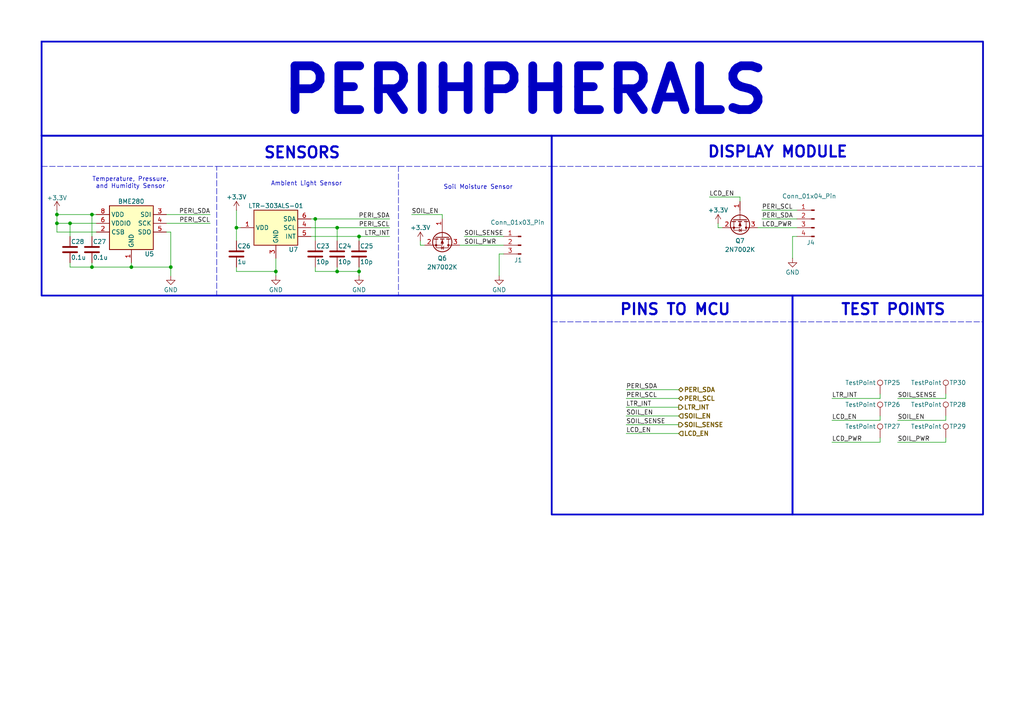
<source format=kicad_sch>
(kicad_sch
	(version 20231120)
	(generator "eeschema")
	(generator_version "8.0")
	(uuid "52b5229e-cf63-4d43-b625-f8b67a0e7973")
	(paper "A4")
	(lib_symbols
		(symbol "Connector:Conn_01x03_Pin"
			(pin_names
				(offset 1.016) hide)
			(exclude_from_sim no)
			(in_bom yes)
			(on_board yes)
			(property "Reference" "J"
				(at 0 5.08 0)
				(effects
					(font
						(size 1.27 1.27)
					)
				)
			)
			(property "Value" "Conn_01x03_Pin"
				(at 0 -5.08 0)
				(effects
					(font
						(size 1.27 1.27)
					)
				)
			)
			(property "Footprint" ""
				(at 0 0 0)
				(effects
					(font
						(size 1.27 1.27)
					)
					(hide yes)
				)
			)
			(property "Datasheet" "~"
				(at 0 0 0)
				(effects
					(font
						(size 1.27 1.27)
					)
					(hide yes)
				)
			)
			(property "Description" "Generic connector, single row, 01x03, script generated"
				(at 0 0 0)
				(effects
					(font
						(size 1.27 1.27)
					)
					(hide yes)
				)
			)
			(property "ki_locked" ""
				(at 0 0 0)
				(effects
					(font
						(size 1.27 1.27)
					)
				)
			)
			(property "ki_keywords" "connector"
				(at 0 0 0)
				(effects
					(font
						(size 1.27 1.27)
					)
					(hide yes)
				)
			)
			(property "ki_fp_filters" "Connector*:*_1x??_*"
				(at 0 0 0)
				(effects
					(font
						(size 1.27 1.27)
					)
					(hide yes)
				)
			)
			(symbol "Conn_01x03_Pin_1_1"
				(polyline
					(pts
						(xy 1.27 -2.54) (xy 0.8636 -2.54)
					)
					(stroke
						(width 0.1524)
						(type default)
					)
					(fill
						(type none)
					)
				)
				(polyline
					(pts
						(xy 1.27 0) (xy 0.8636 0)
					)
					(stroke
						(width 0.1524)
						(type default)
					)
					(fill
						(type none)
					)
				)
				(polyline
					(pts
						(xy 1.27 2.54) (xy 0.8636 2.54)
					)
					(stroke
						(width 0.1524)
						(type default)
					)
					(fill
						(type none)
					)
				)
				(rectangle
					(start 0.8636 -2.413)
					(end 0 -2.667)
					(stroke
						(width 0.1524)
						(type default)
					)
					(fill
						(type outline)
					)
				)
				(rectangle
					(start 0.8636 0.127)
					(end 0 -0.127)
					(stroke
						(width 0.1524)
						(type default)
					)
					(fill
						(type outline)
					)
				)
				(rectangle
					(start 0.8636 2.667)
					(end 0 2.413)
					(stroke
						(width 0.1524)
						(type default)
					)
					(fill
						(type outline)
					)
				)
				(pin passive line
					(at 5.08 2.54 180)
					(length 3.81)
					(name "Pin_1"
						(effects
							(font
								(size 1.27 1.27)
							)
						)
					)
					(number "1"
						(effects
							(font
								(size 1.27 1.27)
							)
						)
					)
				)
				(pin passive line
					(at 5.08 0 180)
					(length 3.81)
					(name "Pin_2"
						(effects
							(font
								(size 1.27 1.27)
							)
						)
					)
					(number "2"
						(effects
							(font
								(size 1.27 1.27)
							)
						)
					)
				)
				(pin passive line
					(at 5.08 -2.54 180)
					(length 3.81)
					(name "Pin_3"
						(effects
							(font
								(size 1.27 1.27)
							)
						)
					)
					(number "3"
						(effects
							(font
								(size 1.27 1.27)
							)
						)
					)
				)
			)
		)
		(symbol "Connector:Conn_01x04_Pin"
			(pin_names
				(offset 1.016) hide)
			(exclude_from_sim no)
			(in_bom yes)
			(on_board yes)
			(property "Reference" "J"
				(at 0 5.08 0)
				(effects
					(font
						(size 1.27 1.27)
					)
				)
			)
			(property "Value" "Conn_01x04_Pin"
				(at 0 -7.62 0)
				(effects
					(font
						(size 1.27 1.27)
					)
				)
			)
			(property "Footprint" ""
				(at 0 0 0)
				(effects
					(font
						(size 1.27 1.27)
					)
					(hide yes)
				)
			)
			(property "Datasheet" "~"
				(at 0 0 0)
				(effects
					(font
						(size 1.27 1.27)
					)
					(hide yes)
				)
			)
			(property "Description" "Generic connector, single row, 01x04, script generated"
				(at 0 0 0)
				(effects
					(font
						(size 1.27 1.27)
					)
					(hide yes)
				)
			)
			(property "ki_locked" ""
				(at 0 0 0)
				(effects
					(font
						(size 1.27 1.27)
					)
				)
			)
			(property "ki_keywords" "connector"
				(at 0 0 0)
				(effects
					(font
						(size 1.27 1.27)
					)
					(hide yes)
				)
			)
			(property "ki_fp_filters" "Connector*:*_1x??_*"
				(at 0 0 0)
				(effects
					(font
						(size 1.27 1.27)
					)
					(hide yes)
				)
			)
			(symbol "Conn_01x04_Pin_1_1"
				(polyline
					(pts
						(xy 1.27 -5.08) (xy 0.8636 -5.08)
					)
					(stroke
						(width 0.1524)
						(type default)
					)
					(fill
						(type none)
					)
				)
				(polyline
					(pts
						(xy 1.27 -2.54) (xy 0.8636 -2.54)
					)
					(stroke
						(width 0.1524)
						(type default)
					)
					(fill
						(type none)
					)
				)
				(polyline
					(pts
						(xy 1.27 0) (xy 0.8636 0)
					)
					(stroke
						(width 0.1524)
						(type default)
					)
					(fill
						(type none)
					)
				)
				(polyline
					(pts
						(xy 1.27 2.54) (xy 0.8636 2.54)
					)
					(stroke
						(width 0.1524)
						(type default)
					)
					(fill
						(type none)
					)
				)
				(rectangle
					(start 0.8636 -4.953)
					(end 0 -5.207)
					(stroke
						(width 0.1524)
						(type default)
					)
					(fill
						(type outline)
					)
				)
				(rectangle
					(start 0.8636 -2.413)
					(end 0 -2.667)
					(stroke
						(width 0.1524)
						(type default)
					)
					(fill
						(type outline)
					)
				)
				(rectangle
					(start 0.8636 0.127)
					(end 0 -0.127)
					(stroke
						(width 0.1524)
						(type default)
					)
					(fill
						(type outline)
					)
				)
				(rectangle
					(start 0.8636 2.667)
					(end 0 2.413)
					(stroke
						(width 0.1524)
						(type default)
					)
					(fill
						(type outline)
					)
				)
				(pin passive line
					(at 5.08 2.54 180)
					(length 3.81)
					(name "Pin_1"
						(effects
							(font
								(size 1.27 1.27)
							)
						)
					)
					(number "1"
						(effects
							(font
								(size 1.27 1.27)
							)
						)
					)
				)
				(pin passive line
					(at 5.08 0 180)
					(length 3.81)
					(name "Pin_2"
						(effects
							(font
								(size 1.27 1.27)
							)
						)
					)
					(number "2"
						(effects
							(font
								(size 1.27 1.27)
							)
						)
					)
				)
				(pin passive line
					(at 5.08 -2.54 180)
					(length 3.81)
					(name "Pin_3"
						(effects
							(font
								(size 1.27 1.27)
							)
						)
					)
					(number "3"
						(effects
							(font
								(size 1.27 1.27)
							)
						)
					)
				)
				(pin passive line
					(at 5.08 -5.08 180)
					(length 3.81)
					(name "Pin_4"
						(effects
							(font
								(size 1.27 1.27)
							)
						)
					)
					(number "4"
						(effects
							(font
								(size 1.27 1.27)
							)
						)
					)
				)
			)
		)
		(symbol "Connector:TestPoint"
			(pin_numbers hide)
			(pin_names
				(offset 0.762) hide)
			(exclude_from_sim no)
			(in_bom yes)
			(on_board yes)
			(property "Reference" "TP"
				(at 0 6.858 0)
				(effects
					(font
						(size 1.27 1.27)
					)
				)
			)
			(property "Value" "TestPoint"
				(at 0 5.08 0)
				(effects
					(font
						(size 1.27 1.27)
					)
				)
			)
			(property "Footprint" ""
				(at 5.08 0 0)
				(effects
					(font
						(size 1.27 1.27)
					)
					(hide yes)
				)
			)
			(property "Datasheet" "~"
				(at 5.08 0 0)
				(effects
					(font
						(size 1.27 1.27)
					)
					(hide yes)
				)
			)
			(property "Description" "test point"
				(at 0 0 0)
				(effects
					(font
						(size 1.27 1.27)
					)
					(hide yes)
				)
			)
			(property "ki_keywords" "test point tp"
				(at 0 0 0)
				(effects
					(font
						(size 1.27 1.27)
					)
					(hide yes)
				)
			)
			(property "ki_fp_filters" "Pin* Test*"
				(at 0 0 0)
				(effects
					(font
						(size 1.27 1.27)
					)
					(hide yes)
				)
			)
			(symbol "TestPoint_0_1"
				(circle
					(center 0 3.302)
					(radius 0.762)
					(stroke
						(width 0)
						(type default)
					)
					(fill
						(type none)
					)
				)
			)
			(symbol "TestPoint_1_1"
				(pin passive line
					(at 0 0 90)
					(length 2.54)
					(name "1"
						(effects
							(font
								(size 1.27 1.27)
							)
						)
					)
					(number "1"
						(effects
							(font
								(size 1.27 1.27)
							)
						)
					)
				)
			)
		)
		(symbol "Device:C"
			(pin_numbers hide)
			(pin_names
				(offset 0.254)
			)
			(exclude_from_sim no)
			(in_bom yes)
			(on_board yes)
			(property "Reference" "C"
				(at 0.635 2.54 0)
				(effects
					(font
						(size 1.27 1.27)
					)
					(justify left)
				)
			)
			(property "Value" "C"
				(at 0.635 -2.54 0)
				(effects
					(font
						(size 1.27 1.27)
					)
					(justify left)
				)
			)
			(property "Footprint" ""
				(at 0.9652 -3.81 0)
				(effects
					(font
						(size 1.27 1.27)
					)
					(hide yes)
				)
			)
			(property "Datasheet" "~"
				(at 0 0 0)
				(effects
					(font
						(size 1.27 1.27)
					)
					(hide yes)
				)
			)
			(property "Description" "Unpolarized capacitor"
				(at 0 0 0)
				(effects
					(font
						(size 1.27 1.27)
					)
					(hide yes)
				)
			)
			(property "ki_keywords" "cap capacitor"
				(at 0 0 0)
				(effects
					(font
						(size 1.27 1.27)
					)
					(hide yes)
				)
			)
			(property "ki_fp_filters" "C_*"
				(at 0 0 0)
				(effects
					(font
						(size 1.27 1.27)
					)
					(hide yes)
				)
			)
			(symbol "C_0_1"
				(polyline
					(pts
						(xy -2.032 -0.762) (xy 2.032 -0.762)
					)
					(stroke
						(width 0.508)
						(type default)
					)
					(fill
						(type none)
					)
				)
				(polyline
					(pts
						(xy -2.032 0.762) (xy 2.032 0.762)
					)
					(stroke
						(width 0.508)
						(type default)
					)
					(fill
						(type none)
					)
				)
			)
			(symbol "C_1_1"
				(pin passive line
					(at 0 3.81 270)
					(length 2.794)
					(name "~"
						(effects
							(font
								(size 1.27 1.27)
							)
						)
					)
					(number "1"
						(effects
							(font
								(size 1.27 1.27)
							)
						)
					)
				)
				(pin passive line
					(at 0 -3.81 90)
					(length 2.794)
					(name "~"
						(effects
							(font
								(size 1.27 1.27)
							)
						)
					)
					(number "2"
						(effects
							(font
								(size 1.27 1.27)
							)
						)
					)
				)
			)
		)
		(symbol "Sensor:BME280"
			(exclude_from_sim no)
			(in_bom yes)
			(on_board yes)
			(property "Reference" "U5"
				(at 6.604 -7.62 0)
				(effects
					(font
						(size 1.27 1.27)
					)
					(justify right)
				)
			)
			(property "Value" "BME280"
				(at 3.81 7.366 0)
				(effects
					(font
						(size 1.27 1.27)
					)
					(justify right)
				)
			)
			(property "Footprint" "Package_LGA:Bosch_LGA-8_2.5x2.5mm_P0.65mm_ClockwisePinNumbering"
				(at 40.386 -21.844 0)
				(effects
					(font
						(size 1.27 1.27)
					)
					(hide yes)
				)
			)
			(property "Datasheet" "https://www.bosch-sensortec.com/media/boschsensortec/downloads/datasheets/bst-bme280-ds002.pdf"
				(at 58.42 -22.352 0)
				(effects
					(font
						(size 1.27 1.27)
					)
					(hide yes)
				)
			)
			(property "Description" "3-in-1 sensor, humidity, pressure, temperature, I2C and SPI interface, 1.71-3.6V, LGA-8"
				(at 51.054 -25.146 0)
				(effects
					(font
						(size 1.27 1.27)
					)
					(hide yes)
				)
			)
			(property "ki_keywords" "Bosch pressure humidity temperature environment environmental measurement digital"
				(at 0 0 0)
				(effects
					(font
						(size 1.27 1.27)
					)
					(hide yes)
				)
			)
			(property "ki_fp_filters" "*LGA*2.5x2.5mm*P0.65mm*Clockwise*"
				(at 0 0 0)
				(effects
					(font
						(size 1.27 1.27)
					)
					(hide yes)
				)
			)
			(symbol "BME280_0_1"
				(rectangle
					(start -6.35 6.35)
					(end 6.35 -6.35)
					(stroke
						(width 0.254)
						(type default)
					)
					(fill
						(type background)
					)
				)
			)
			(symbol "BME280_1_1"
				(pin power_in line
					(at 0 -10.16 90)
					(length 3.81)
					(name "GND"
						(effects
							(font
								(size 1.27 1.27)
							)
						)
					)
					(number "1"
						(effects
							(font
								(size 1.27 1.27)
							)
						)
					)
				)
				(pin input line
					(at -10.16 -1.27 0)
					(length 3.81)
					(name "CSB"
						(effects
							(font
								(size 1.27 1.27)
							)
						)
					)
					(number "2"
						(effects
							(font
								(size 1.27 1.27)
							)
						)
					)
				)
				(pin bidirectional line
					(at 10.16 3.81 180)
					(length 3.81)
					(name "SDI"
						(effects
							(font
								(size 1.27 1.27)
							)
						)
					)
					(number "3"
						(effects
							(font
								(size 1.27 1.27)
							)
						)
					)
				)
				(pin input line
					(at 10.16 1.27 180)
					(length 3.81)
					(name "SCK"
						(effects
							(font
								(size 1.27 1.27)
							)
						)
					)
					(number "4"
						(effects
							(font
								(size 1.27 1.27)
							)
						)
					)
				)
				(pin bidirectional line
					(at 10.16 -1.27 180)
					(length 3.81)
					(name "SDO"
						(effects
							(font
								(size 1.27 1.27)
							)
						)
					)
					(number "5"
						(effects
							(font
								(size 1.27 1.27)
							)
						)
					)
				)
				(pin power_in line
					(at -10.16 1.27 0)
					(length 3.81)
					(name "VDDIO"
						(effects
							(font
								(size 1.27 1.27)
							)
						)
					)
					(number "6"
						(effects
							(font
								(size 1.27 1.27)
							)
						)
					)
				)
				(pin power_in line
					(at 0 -10.16 90)
					(length 3.81) hide
					(name "GND"
						(effects
							(font
								(size 1.27 1.27)
							)
						)
					)
					(number "7"
						(effects
							(font
								(size 1.27 1.27)
							)
						)
					)
				)
				(pin power_in line
					(at -10.16 3.81 0)
					(length 3.81)
					(name "VDD"
						(effects
							(font
								(size 1.27 1.27)
							)
						)
					)
					(number "8"
						(effects
							(font
								(size 1.27 1.27)
							)
						)
					)
				)
			)
		)
		(symbol "Sensor_Optical:LTR-303ALS-01"
			(exclude_from_sim no)
			(in_bom yes)
			(on_board yes)
			(property "Reference" "U7"
				(at 5.08 -6.35 0)
				(effects
					(font
						(size 1.27 1.27)
					)
				)
			)
			(property "Value" "LTR-303ALS-01"
				(at 0 6.35 0)
				(effects
					(font
						(size 1.27 1.27)
					)
				)
			)
			(property "Footprint" "OptoDevice:Lite-On_LTR-303ALS-01"
				(at 30.988 17.272 0)
				(effects
					(font
						(size 1.27 1.27)
					)
					(hide yes)
				)
			)
			(property "Datasheet" "https://optoelectronics.liteon.com/upload/download/DS86-2013-0004/LTR-303ALS-01_DS_V1.pdf"
				(at 64.262 13.97 0)
				(effects
					(font
						(size 1.27 1.27)
					)
					(hide yes)
				)
			)
			(property "Description" "ambient light sensor, i2c interface, 0.01 to 64k lux, 2.4-3.6V"
				(at 44.45 10.668 0)
				(effects
					(font
						(size 1.27 1.27)
					)
					(hide yes)
				)
			)
			(property "ki_keywords" "ambient light sensor i2c"
				(at 0 0 0)
				(effects
					(font
						(size 1.27 1.27)
					)
					(hide yes)
				)
			)
			(property "ki_fp_filters" "Lite*On*LTR*303ALS*01*"
				(at 0 0 0)
				(effects
					(font
						(size 1.27 1.27)
					)
					(hide yes)
				)
			)
			(symbol "LTR-303ALS-01_0_1"
				(rectangle
					(start -6.35 5.08)
					(end 6.35 -5.08)
					(stroke
						(width 0.254)
						(type default)
					)
					(fill
						(type background)
					)
				)
			)
			(symbol "LTR-303ALS-01_1_1"
				(pin power_in line
					(at -10.16 0 0)
					(length 3.81)
					(name "VDD"
						(effects
							(font
								(size 1.27 1.27)
							)
						)
					)
					(number "1"
						(effects
							(font
								(size 1.27 1.27)
							)
						)
					)
				)
				(pin no_connect line
					(at -10.16 -2.54 0)
					(length 3.81) hide
					(name "NC"
						(effects
							(font
								(size 1.27 1.27)
							)
						)
					)
					(number "2"
						(effects
							(font
								(size 1.27 1.27)
							)
						)
					)
				)
				(pin power_in line
					(at 0 -8.89 90)
					(length 3.81)
					(name "GND"
						(effects
							(font
								(size 1.27 1.27)
							)
						)
					)
					(number "3"
						(effects
							(font
								(size 1.27 1.27)
							)
						)
					)
				)
				(pin input line
					(at 10.16 0 180)
					(length 3.81)
					(name "SCL"
						(effects
							(font
								(size 1.27 1.27)
							)
						)
					)
					(number "4"
						(effects
							(font
								(size 1.27 1.27)
							)
						)
					)
				)
				(pin open_collector line
					(at 10.16 -2.54 180)
					(length 3.81)
					(name "INT"
						(effects
							(font
								(size 1.27 1.27)
							)
						)
					)
					(number "5"
						(effects
							(font
								(size 1.27 1.27)
							)
						)
					)
				)
				(pin bidirectional line
					(at 10.16 2.54 180)
					(length 3.81)
					(name "SDA"
						(effects
							(font
								(size 1.27 1.27)
							)
						)
					)
					(number "6"
						(effects
							(font
								(size 1.27 1.27)
							)
						)
					)
				)
			)
		)
		(symbol "Transistor_FET:2N7002K"
			(pin_names hide)
			(exclude_from_sim no)
			(in_bom yes)
			(on_board yes)
			(property "Reference" "Q"
				(at 5.08 1.905 0)
				(effects
					(font
						(size 1.27 1.27)
					)
					(justify left)
				)
			)
			(property "Value" "2N7002K"
				(at 5.08 0 0)
				(effects
					(font
						(size 1.27 1.27)
					)
					(justify left)
				)
			)
			(property "Footprint" "Package_TO_SOT_SMD:SOT-23"
				(at 5.08 -1.905 0)
				(effects
					(font
						(size 1.27 1.27)
						(italic yes)
					)
					(justify left)
					(hide yes)
				)
			)
			(property "Datasheet" "https://www.diodes.com/assets/Datasheets/ds30896.pdf"
				(at 5.08 -3.81 0)
				(effects
					(font
						(size 1.27 1.27)
					)
					(justify left)
					(hide yes)
				)
			)
			(property "Description" "0.38A Id, 60V Vds, N-Channel MOSFET, SOT-23"
				(at 0 0 0)
				(effects
					(font
						(size 1.27 1.27)
					)
					(hide yes)
				)
			)
			(property "ki_keywords" "N-Channel MOSFET"
				(at 0 0 0)
				(effects
					(font
						(size 1.27 1.27)
					)
					(hide yes)
				)
			)
			(property "ki_fp_filters" "SOT?23*"
				(at 0 0 0)
				(effects
					(font
						(size 1.27 1.27)
					)
					(hide yes)
				)
			)
			(symbol "2N7002K_0_1"
				(polyline
					(pts
						(xy 0.254 0) (xy -2.54 0)
					)
					(stroke
						(width 0)
						(type default)
					)
					(fill
						(type none)
					)
				)
				(polyline
					(pts
						(xy 0.254 1.905) (xy 0.254 -1.905)
					)
					(stroke
						(width 0.254)
						(type default)
					)
					(fill
						(type none)
					)
				)
				(polyline
					(pts
						(xy 0.762 -1.27) (xy 0.762 -2.286)
					)
					(stroke
						(width 0.254)
						(type default)
					)
					(fill
						(type none)
					)
				)
				(polyline
					(pts
						(xy 0.762 0.508) (xy 0.762 -0.508)
					)
					(stroke
						(width 0.254)
						(type default)
					)
					(fill
						(type none)
					)
				)
				(polyline
					(pts
						(xy 0.762 2.286) (xy 0.762 1.27)
					)
					(stroke
						(width 0.254)
						(type default)
					)
					(fill
						(type none)
					)
				)
				(polyline
					(pts
						(xy 2.54 2.54) (xy 2.54 1.778)
					)
					(stroke
						(width 0)
						(type default)
					)
					(fill
						(type none)
					)
				)
				(polyline
					(pts
						(xy 2.54 -2.54) (xy 2.54 0) (xy 0.762 0)
					)
					(stroke
						(width 0)
						(type default)
					)
					(fill
						(type none)
					)
				)
				(polyline
					(pts
						(xy 0.762 -1.778) (xy 3.302 -1.778) (xy 3.302 1.778) (xy 0.762 1.778)
					)
					(stroke
						(width 0)
						(type default)
					)
					(fill
						(type none)
					)
				)
				(polyline
					(pts
						(xy 1.016 0) (xy 2.032 0.381) (xy 2.032 -0.381) (xy 1.016 0)
					)
					(stroke
						(width 0)
						(type default)
					)
					(fill
						(type outline)
					)
				)
				(polyline
					(pts
						(xy 2.794 0.508) (xy 2.921 0.381) (xy 3.683 0.381) (xy 3.81 0.254)
					)
					(stroke
						(width 0)
						(type default)
					)
					(fill
						(type none)
					)
				)
				(polyline
					(pts
						(xy 3.302 0.381) (xy 2.921 -0.254) (xy 3.683 -0.254) (xy 3.302 0.381)
					)
					(stroke
						(width 0)
						(type default)
					)
					(fill
						(type none)
					)
				)
				(circle
					(center 1.651 0)
					(radius 2.794)
					(stroke
						(width 0.254)
						(type default)
					)
					(fill
						(type none)
					)
				)
				(circle
					(center 2.54 -1.778)
					(radius 0.254)
					(stroke
						(width 0)
						(type default)
					)
					(fill
						(type outline)
					)
				)
				(circle
					(center 2.54 1.778)
					(radius 0.254)
					(stroke
						(width 0)
						(type default)
					)
					(fill
						(type outline)
					)
				)
			)
			(symbol "2N7002K_1_1"
				(pin input line
					(at -5.08 0 0)
					(length 2.54)
					(name "G"
						(effects
							(font
								(size 1.27 1.27)
							)
						)
					)
					(number "1"
						(effects
							(font
								(size 1.27 1.27)
							)
						)
					)
				)
				(pin passive line
					(at 2.54 -5.08 90)
					(length 2.54)
					(name "S"
						(effects
							(font
								(size 1.27 1.27)
							)
						)
					)
					(number "2"
						(effects
							(font
								(size 1.27 1.27)
							)
						)
					)
				)
				(pin passive line
					(at 2.54 5.08 270)
					(length 2.54)
					(name "D"
						(effects
							(font
								(size 1.27 1.27)
							)
						)
					)
					(number "3"
						(effects
							(font
								(size 1.27 1.27)
							)
						)
					)
				)
			)
		)
		(symbol "power:+3.3V"
			(power)
			(pin_numbers hide)
			(pin_names
				(offset 0) hide)
			(exclude_from_sim no)
			(in_bom yes)
			(on_board yes)
			(property "Reference" "#PWR"
				(at 0 -3.81 0)
				(effects
					(font
						(size 1.27 1.27)
					)
					(hide yes)
				)
			)
			(property "Value" "+3.3V"
				(at 0 3.556 0)
				(effects
					(font
						(size 1.27 1.27)
					)
				)
			)
			(property "Footprint" ""
				(at 0 0 0)
				(effects
					(font
						(size 1.27 1.27)
					)
					(hide yes)
				)
			)
			(property "Datasheet" ""
				(at 0 0 0)
				(effects
					(font
						(size 1.27 1.27)
					)
					(hide yes)
				)
			)
			(property "Description" "Power symbol creates a global label with name \"+3.3V\""
				(at 0 0 0)
				(effects
					(font
						(size 1.27 1.27)
					)
					(hide yes)
				)
			)
			(property "ki_keywords" "global power"
				(at 0 0 0)
				(effects
					(font
						(size 1.27 1.27)
					)
					(hide yes)
				)
			)
			(symbol "+3.3V_0_1"
				(polyline
					(pts
						(xy -0.762 1.27) (xy 0 2.54)
					)
					(stroke
						(width 0)
						(type default)
					)
					(fill
						(type none)
					)
				)
				(polyline
					(pts
						(xy 0 0) (xy 0 2.54)
					)
					(stroke
						(width 0)
						(type default)
					)
					(fill
						(type none)
					)
				)
				(polyline
					(pts
						(xy 0 2.54) (xy 0.762 1.27)
					)
					(stroke
						(width 0)
						(type default)
					)
					(fill
						(type none)
					)
				)
			)
			(symbol "+3.3V_1_1"
				(pin power_in line
					(at 0 0 90)
					(length 0)
					(name "~"
						(effects
							(font
								(size 1.27 1.27)
							)
						)
					)
					(number "1"
						(effects
							(font
								(size 1.27 1.27)
							)
						)
					)
				)
			)
		)
		(symbol "power:GND"
			(power)
			(pin_numbers hide)
			(pin_names
				(offset 0) hide)
			(exclude_from_sim no)
			(in_bom yes)
			(on_board yes)
			(property "Reference" "#PWR"
				(at 0 -6.35 0)
				(effects
					(font
						(size 1.27 1.27)
					)
					(hide yes)
				)
			)
			(property "Value" "GND"
				(at 0 -3.81 0)
				(effects
					(font
						(size 1.27 1.27)
					)
				)
			)
			(property "Footprint" ""
				(at 0 0 0)
				(effects
					(font
						(size 1.27 1.27)
					)
					(hide yes)
				)
			)
			(property "Datasheet" ""
				(at 0 0 0)
				(effects
					(font
						(size 1.27 1.27)
					)
					(hide yes)
				)
			)
			(property "Description" "Power symbol creates a global label with name \"GND\" , ground"
				(at 0 0 0)
				(effects
					(font
						(size 1.27 1.27)
					)
					(hide yes)
				)
			)
			(property "ki_keywords" "global power"
				(at 0 0 0)
				(effects
					(font
						(size 1.27 1.27)
					)
					(hide yes)
				)
			)
			(symbol "GND_0_1"
				(polyline
					(pts
						(xy 0 0) (xy 0 -1.27) (xy 1.27 -1.27) (xy 0 -2.54) (xy -1.27 -1.27) (xy 0 -1.27)
					)
					(stroke
						(width 0)
						(type default)
					)
					(fill
						(type none)
					)
				)
			)
			(symbol "GND_1_1"
				(pin power_in line
					(at 0 0 270)
					(length 0)
					(name "~"
						(effects
							(font
								(size 1.27 1.27)
							)
						)
					)
					(number "1"
						(effects
							(font
								(size 1.27 1.27)
							)
						)
					)
				)
			)
		)
	)
	(junction
		(at 20.32 64.77)
		(diameter 0)
		(color 0 0 0 0)
		(uuid "1779f518-c09b-4081-9dbd-be8d85b04985")
	)
	(junction
		(at 97.79 66.04)
		(diameter 0)
		(color 0 0 0 0)
		(uuid "6093fbc8-f7c2-463a-bcc6-b57650ebb2a1")
	)
	(junction
		(at 26.67 62.23)
		(diameter 0)
		(color 0 0 0 0)
		(uuid "63809b94-baf3-4ee8-86ff-1ad7c2481210")
	)
	(junction
		(at 68.58 66.04)
		(diameter 0)
		(color 0 0 0 0)
		(uuid "9517e601-1f20-439b-980f-bb8427af0a79")
	)
	(junction
		(at 16.51 64.77)
		(diameter 0)
		(color 0 0 0 0)
		(uuid "a04b1aa7-68d2-484b-b5d2-722e8bef9682")
	)
	(junction
		(at 91.44 63.5)
		(diameter 0)
		(color 0 0 0 0)
		(uuid "a57e97f1-3c4f-4f8c-ae85-c604edee5fd1")
	)
	(junction
		(at 104.14 68.58)
		(diameter 0)
		(color 0 0 0 0)
		(uuid "aa25312d-ec34-44bd-9ed2-ec71e5251f38")
	)
	(junction
		(at 80.01 78.74)
		(diameter 0)
		(color 0 0 0 0)
		(uuid "b23a35c8-cef1-4f7b-9443-3baa463d2d90")
	)
	(junction
		(at 26.67 77.47)
		(diameter 0)
		(color 0 0 0 0)
		(uuid "bdeba52e-b965-49df-92e6-809b25ff6014")
	)
	(junction
		(at 97.79 78.74)
		(diameter 0)
		(color 0 0 0 0)
		(uuid "c03d19d4-306f-4ae8-9eaa-d2adf1cdaaf6")
	)
	(junction
		(at 16.51 62.23)
		(diameter 0)
		(color 0 0 0 0)
		(uuid "c4e4f68c-e514-4a04-82e2-e34c6b964315")
	)
	(junction
		(at 104.14 78.74)
		(diameter 0)
		(color 0 0 0 0)
		(uuid "c5450203-b5dd-41d0-b006-f5f0b852ae10")
	)
	(junction
		(at 38.1 77.47)
		(diameter 0)
		(color 0 0 0 0)
		(uuid "c8a4514c-fd39-447e-92b3-b82bee401074")
	)
	(junction
		(at 49.53 77.47)
		(diameter 0)
		(color 0 0 0 0)
		(uuid "de7676cf-a0ce-4df0-9bcd-0bb5abb7af2e")
	)
	(wire
		(pts
			(xy 214.63 57.15) (xy 214.63 58.42)
		)
		(stroke
			(width 0)
			(type default)
		)
		(uuid "04bc623c-d558-4c81-8f81-32e357774711")
	)
	(wire
		(pts
			(xy 241.3 115.57) (xy 255.27 115.57)
		)
		(stroke
			(width 0)
			(type default)
		)
		(uuid "0828d642-600d-46cf-9a4f-ed4bba7c58ad")
	)
	(wire
		(pts
			(xy 20.32 77.47) (xy 26.67 77.47)
		)
		(stroke
			(width 0)
			(type default)
		)
		(uuid "0e69d07f-3866-4f07-b55a-6bbe24606d75")
	)
	(wire
		(pts
			(xy 255.27 121.92) (xy 255.27 120.65)
		)
		(stroke
			(width 0)
			(type default)
		)
		(uuid "0f10be83-975e-45bc-9843-42dc1ebea5a4")
	)
	(polyline
		(pts
			(xy 160.02 93.345) (xy 229.87 93.345)
		)
		(stroke
			(width 0)
			(type dash)
		)
		(uuid "1dd12ebf-3547-46ce-98bd-dbeb8b1618b7")
	)
	(wire
		(pts
			(xy 97.79 66.04) (xy 97.79 69.85)
		)
		(stroke
			(width 0)
			(type default)
		)
		(uuid "1f2ef68c-040d-4b0f-b5c9-cc76967fb1bc")
	)
	(wire
		(pts
			(xy 104.14 68.58) (xy 113.03 68.58)
		)
		(stroke
			(width 0)
			(type default)
		)
		(uuid "21e096bd-5e40-48e6-b808-df7dd0c4f67b")
	)
	(wire
		(pts
			(xy 260.35 121.92) (xy 274.32 121.92)
		)
		(stroke
			(width 0)
			(type default)
		)
		(uuid "23270831-4653-45c6-83f1-84184ee742f5")
	)
	(wire
		(pts
			(xy 119.38 62.23) (xy 128.27 62.23)
		)
		(stroke
			(width 0)
			(type default)
		)
		(uuid "245060d8-9266-4d7f-8041-d8e2a97d4840")
	)
	(wire
		(pts
			(xy 209.55 66.04) (xy 208.28 66.04)
		)
		(stroke
			(width 0)
			(type default)
		)
		(uuid "2ae73253-8da3-4b8a-b5c7-c4c78237f1b8")
	)
	(wire
		(pts
			(xy 181.61 113.03) (xy 196.85 113.03)
		)
		(stroke
			(width 0)
			(type default)
		)
		(uuid "2d53885a-1cbc-4ce7-940e-d95255a89efd")
	)
	(wire
		(pts
			(xy 90.17 66.04) (xy 97.79 66.04)
		)
		(stroke
			(width 0)
			(type default)
		)
		(uuid "2e45ce08-f680-43e3-88da-e2a738412166")
	)
	(wire
		(pts
			(xy 274.32 121.92) (xy 274.32 120.65)
		)
		(stroke
			(width 0)
			(type default)
		)
		(uuid "2f5ea317-7a17-465d-8484-b496e7b9482b")
	)
	(wire
		(pts
			(xy 205.74 57.15) (xy 214.63 57.15)
		)
		(stroke
			(width 0)
			(type default)
		)
		(uuid "31ce9b89-f23d-4593-89f9-f95ce1a7d1fc")
	)
	(polyline
		(pts
			(xy 62.865 48.26) (xy 115.57 48.26)
		)
		(stroke
			(width 0)
			(type dash)
		)
		(uuid "3a7b26a4-842a-40b6-a42e-ff876f95e189")
	)
	(wire
		(pts
			(xy 128.27 62.23) (xy 128.27 63.5)
		)
		(stroke
			(width 0)
			(type default)
		)
		(uuid "3be2a897-7799-4457-a8ed-17c4a6621427")
	)
	(wire
		(pts
			(xy 26.67 77.47) (xy 38.1 77.47)
		)
		(stroke
			(width 0)
			(type default)
		)
		(uuid "3f8243b6-5106-4983-b80b-a95f265e1381")
	)
	(wire
		(pts
			(xy 16.51 62.23) (xy 26.67 62.23)
		)
		(stroke
			(width 0)
			(type default)
		)
		(uuid "4393caa4-0dc4-4979-9a29-5876ddd9ae76")
	)
	(wire
		(pts
			(xy 80.01 80.01) (xy 80.01 78.74)
		)
		(stroke
			(width 0)
			(type default)
		)
		(uuid "4dc76455-cce5-42cc-987c-5c61eb431060")
	)
	(wire
		(pts
			(xy 181.61 125.73) (xy 196.85 125.73)
		)
		(stroke
			(width 0)
			(type default)
		)
		(uuid "4f803af1-31bc-4ed0-b134-04a4967d0fde")
	)
	(wire
		(pts
			(xy 144.78 73.66) (xy 146.05 73.66)
		)
		(stroke
			(width 0)
			(type default)
		)
		(uuid "50cb405e-7a73-403c-b85f-c3dc7e283677")
	)
	(wire
		(pts
			(xy 26.67 62.23) (xy 26.67 68.58)
		)
		(stroke
			(width 0)
			(type default)
		)
		(uuid "526d47e1-daa1-41ad-ad1d-a98848bb9747")
	)
	(wire
		(pts
			(xy 255.27 128.27) (xy 255.27 127)
		)
		(stroke
			(width 0)
			(type default)
		)
		(uuid "54ceeacb-bec6-438e-90c1-ad9aaf31547b")
	)
	(wire
		(pts
			(xy 20.32 64.77) (xy 20.32 68.58)
		)
		(stroke
			(width 0)
			(type default)
		)
		(uuid "54d9bffe-0420-4d82-b2e0-83b38c5cf7df")
	)
	(wire
		(pts
			(xy 181.61 118.11) (xy 196.85 118.11)
		)
		(stroke
			(width 0)
			(type default)
		)
		(uuid "565ba4ca-54bd-45dd-96ed-4ac53eb508a1")
	)
	(wire
		(pts
			(xy 97.79 78.74) (xy 91.44 78.74)
		)
		(stroke
			(width 0)
			(type default)
		)
		(uuid "574cff12-42a7-4b81-995c-6e87007466ef")
	)
	(wire
		(pts
			(xy 274.32 115.57) (xy 274.32 114.3)
		)
		(stroke
			(width 0)
			(type default)
		)
		(uuid "5de39207-2f26-492b-91d0-d9344562fe11")
	)
	(wire
		(pts
			(xy 16.51 60.96) (xy 16.51 62.23)
		)
		(stroke
			(width 0)
			(type default)
		)
		(uuid "67d91b4d-1ab0-40d4-9d94-74a65d3d0bcc")
	)
	(wire
		(pts
			(xy 123.19 71.12) (xy 121.92 71.12)
		)
		(stroke
			(width 0)
			(type default)
		)
		(uuid "68e6d0da-83c4-4343-b9eb-ad32e69e3554")
	)
	(wire
		(pts
			(xy 181.61 115.57) (xy 196.85 115.57)
		)
		(stroke
			(width 0)
			(type default)
		)
		(uuid "7394e7ef-4212-4e4a-bf04-74973d6bde83")
	)
	(wire
		(pts
			(xy 91.44 63.5) (xy 113.03 63.5)
		)
		(stroke
			(width 0)
			(type default)
		)
		(uuid "75e20827-b948-4310-ad45-56e58c1f4ad5")
	)
	(polyline
		(pts
			(xy 160.02 48.26) (xy 285.115 48.26)
		)
		(stroke
			(width 0)
			(type dash)
		)
		(uuid "77e9c6d5-8a68-49c9-a284-1296b8735820")
	)
	(wire
		(pts
			(xy 241.3 121.92) (xy 255.27 121.92)
		)
		(stroke
			(width 0)
			(type default)
		)
		(uuid "78cd4896-287f-4213-b270-8abc5a57303f")
	)
	(wire
		(pts
			(xy 48.26 62.23) (xy 60.96 62.23)
		)
		(stroke
			(width 0)
			(type default)
		)
		(uuid "7ba1810e-e0da-4280-9094-9bedf48050d1")
	)
	(wire
		(pts
			(xy 48.26 64.77) (xy 60.96 64.77)
		)
		(stroke
			(width 0)
			(type default)
		)
		(uuid "7c26f0cf-cf24-4f59-96af-d74d8e3f7d2b")
	)
	(wire
		(pts
			(xy 16.51 64.77) (xy 20.32 64.77)
		)
		(stroke
			(width 0)
			(type default)
		)
		(uuid "7cb156f3-c38c-4b11-941e-e11bb0605e5c")
	)
	(wire
		(pts
			(xy 90.17 68.58) (xy 104.14 68.58)
		)
		(stroke
			(width 0)
			(type default)
		)
		(uuid "7d210a82-3353-4734-896b-9593ddb07488")
	)
	(wire
		(pts
			(xy 220.98 63.5) (xy 231.14 63.5)
		)
		(stroke
			(width 0)
			(type default)
		)
		(uuid "83940461-bf33-4a6e-b5da-380eecfc8fed")
	)
	(wire
		(pts
			(xy 49.53 77.47) (xy 49.53 80.01)
		)
		(stroke
			(width 0)
			(type default)
		)
		(uuid "84ff75de-3b9f-4995-9880-661c54cd6818")
	)
	(wire
		(pts
			(xy 134.62 68.58) (xy 146.05 68.58)
		)
		(stroke
			(width 0)
			(type default)
		)
		(uuid "8591535b-bce7-4402-86b4-c747d870946c")
	)
	(wire
		(pts
			(xy 229.87 74.93) (xy 229.87 68.58)
		)
		(stroke
			(width 0)
			(type default)
		)
		(uuid "8f361182-5431-4378-90b7-ff2dac0b85ff")
	)
	(wire
		(pts
			(xy 255.27 115.57) (xy 255.27 114.3)
		)
		(stroke
			(width 0)
			(type default)
		)
		(uuid "8fb9141e-0608-453f-b621-feb68599e664")
	)
	(wire
		(pts
			(xy 49.53 67.31) (xy 49.53 77.47)
		)
		(stroke
			(width 0)
			(type default)
		)
		(uuid "9154a30b-e613-432d-9df4-4937216bb653")
	)
	(wire
		(pts
			(xy 260.35 115.57) (xy 274.32 115.57)
		)
		(stroke
			(width 0)
			(type default)
		)
		(uuid "94b41c23-065d-40d7-9d86-d7a2e6cd0d92")
	)
	(wire
		(pts
			(xy 181.61 120.65) (xy 196.85 120.65)
		)
		(stroke
			(width 0)
			(type default)
		)
		(uuid "9c82fa63-2105-4886-bbff-8bea1262b076")
	)
	(wire
		(pts
			(xy 241.3 128.27) (xy 255.27 128.27)
		)
		(stroke
			(width 0)
			(type default)
		)
		(uuid "9e6ca024-4dab-4d59-8e13-43b11477b942")
	)
	(wire
		(pts
			(xy 121.92 69.85) (xy 121.92 71.12)
		)
		(stroke
			(width 0)
			(type default)
		)
		(uuid "a2044204-8a92-4713-b118-426e774f3ad7")
	)
	(wire
		(pts
			(xy 219.71 66.04) (xy 231.14 66.04)
		)
		(stroke
			(width 0)
			(type default)
		)
		(uuid "a347e581-7c1e-44f9-bc00-aa670abbc174")
	)
	(wire
		(pts
			(xy 26.67 62.23) (xy 27.94 62.23)
		)
		(stroke
			(width 0)
			(type default)
		)
		(uuid "acda860f-2304-4680-b65c-d6c211861afd")
	)
	(wire
		(pts
			(xy 133.35 71.12) (xy 146.05 71.12)
		)
		(stroke
			(width 0)
			(type default)
		)
		(uuid "b2fdb5d2-bd17-46a2-971b-a5a52d0600b9")
	)
	(wire
		(pts
			(xy 49.53 77.47) (xy 38.1 77.47)
		)
		(stroke
			(width 0)
			(type default)
		)
		(uuid "b4a1424b-e82c-44a1-b098-c286e46a6c61")
	)
	(wire
		(pts
			(xy 90.17 63.5) (xy 91.44 63.5)
		)
		(stroke
			(width 0)
			(type default)
		)
		(uuid "b95dc4bc-9eba-43c1-a2fe-3fe0c563c61b")
	)
	(wire
		(pts
			(xy 91.44 63.5) (xy 91.44 69.85)
		)
		(stroke
			(width 0)
			(type default)
		)
		(uuid "bb202bde-0900-483e-9c27-7ba8fdfd9143")
	)
	(wire
		(pts
			(xy 26.67 76.2) (xy 26.67 77.47)
		)
		(stroke
			(width 0)
			(type default)
		)
		(uuid "bb6fce91-a57b-4bc1-8280-6cdacf18beac")
	)
	(wire
		(pts
			(xy 68.58 66.04) (xy 68.58 69.85)
		)
		(stroke
			(width 0)
			(type default)
		)
		(uuid "bc14e84e-f6b6-4f24-8b2f-c85217693884")
	)
	(wire
		(pts
			(xy 16.51 62.23) (xy 16.51 64.77)
		)
		(stroke
			(width 0)
			(type default)
		)
		(uuid "bc56c3a6-96fc-446e-87e3-501adcf656ce")
	)
	(wire
		(pts
			(xy 104.14 68.58) (xy 104.14 69.85)
		)
		(stroke
			(width 0)
			(type default)
		)
		(uuid "c12f32be-7653-42af-b105-afa6f352289e")
	)
	(wire
		(pts
			(xy 144.78 80.01) (xy 144.78 73.66)
		)
		(stroke
			(width 0)
			(type default)
		)
		(uuid "c24adf7a-4801-4ee5-a022-3987ed1b1c98")
	)
	(wire
		(pts
			(xy 97.79 77.47) (xy 97.79 78.74)
		)
		(stroke
			(width 0)
			(type default)
		)
		(uuid "c420c384-8853-4593-949f-ef9a5ad6eb4a")
	)
	(wire
		(pts
			(xy 97.79 66.04) (xy 113.03 66.04)
		)
		(stroke
			(width 0)
			(type default)
		)
		(uuid "c44e8b3b-2869-47fd-a815-8ae361a89600")
	)
	(wire
		(pts
			(xy 16.51 64.77) (xy 16.51 67.31)
		)
		(stroke
			(width 0)
			(type default)
		)
		(uuid "c7de2971-9b5d-43f8-94e5-605257d7281e")
	)
	(wire
		(pts
			(xy 49.53 67.31) (xy 48.26 67.31)
		)
		(stroke
			(width 0)
			(type default)
		)
		(uuid "c87a4489-8e5d-45ff-a04e-addd6db1355a")
	)
	(wire
		(pts
			(xy 104.14 78.74) (xy 97.79 78.74)
		)
		(stroke
			(width 0)
			(type default)
		)
		(uuid "cf50f061-a666-4a84-a332-48af2efa1a4b")
	)
	(wire
		(pts
			(xy 20.32 64.77) (xy 27.94 64.77)
		)
		(stroke
			(width 0)
			(type default)
		)
		(uuid "d1249df3-9b5c-4c38-b8fe-aa9f9d7e2600")
	)
	(wire
		(pts
			(xy 104.14 78.74) (xy 104.14 77.47)
		)
		(stroke
			(width 0)
			(type default)
		)
		(uuid "d37851de-5983-4933-8a1a-3a9d348a54a4")
	)
	(wire
		(pts
			(xy 20.32 77.47) (xy 20.32 76.2)
		)
		(stroke
			(width 0)
			(type default)
		)
		(uuid "d472ebb2-e718-46a7-bbed-f6822a34f1ee")
	)
	(wire
		(pts
			(xy 274.32 128.27) (xy 274.32 127)
		)
		(stroke
			(width 0)
			(type default)
		)
		(uuid "d6185ba5-171b-41b8-9525-cfccbb0cafd8")
	)
	(wire
		(pts
			(xy 208.28 64.77) (xy 208.28 66.04)
		)
		(stroke
			(width 0)
			(type default)
		)
		(uuid "d63f85b9-779e-43aa-b7a9-01be52eef5e8")
	)
	(wire
		(pts
			(xy 68.58 60.96) (xy 68.58 66.04)
		)
		(stroke
			(width 0)
			(type default)
		)
		(uuid "d7fd1c0d-de3b-4e98-af9d-4b4dd438fd18")
	)
	(wire
		(pts
			(xy 260.35 128.27) (xy 274.32 128.27)
		)
		(stroke
			(width 0)
			(type default)
		)
		(uuid "d9d30a7c-835f-4d1f-a2b1-1497b0120929")
	)
	(wire
		(pts
			(xy 91.44 78.74) (xy 91.44 77.47)
		)
		(stroke
			(width 0)
			(type default)
		)
		(uuid "db738cea-7a5f-43be-ae14-c9ed769bb602")
	)
	(wire
		(pts
			(xy 104.14 78.74) (xy 104.14 80.01)
		)
		(stroke
			(width 0)
			(type default)
		)
		(uuid "dbd925db-83cd-49b1-832f-f36e7878022f")
	)
	(polyline
		(pts
			(xy 229.87 93.345) (xy 285.115 93.345)
		)
		(stroke
			(width 0)
			(type dash)
		)
		(uuid "dd442ebf-ae68-4df1-88bb-2887d3cdb07b")
	)
	(wire
		(pts
			(xy 220.98 60.96) (xy 231.14 60.96)
		)
		(stroke
			(width 0)
			(type default)
		)
		(uuid "dd4e5077-83fe-4df7-8553-b00f93f3455d")
	)
	(wire
		(pts
			(xy 68.58 78.74) (xy 80.01 78.74)
		)
		(stroke
			(width 0)
			(type default)
		)
		(uuid "ddcdf644-4b84-45d2-9529-8c0c52df9105")
	)
	(wire
		(pts
			(xy 68.58 66.04) (xy 69.85 66.04)
		)
		(stroke
			(width 0)
			(type default)
		)
		(uuid "df1aee67-7ab0-447c-b7d4-c82effcfd858")
	)
	(wire
		(pts
			(xy 38.1 76.2) (xy 38.1 77.47)
		)
		(stroke
			(width 0)
			(type default)
		)
		(uuid "e138e785-13f8-4004-bea4-41cd4033e9b0")
	)
	(wire
		(pts
			(xy 229.87 68.58) (xy 231.14 68.58)
		)
		(stroke
			(width 0)
			(type default)
		)
		(uuid "e4f84b7d-dc4c-423c-9f05-316798a11860")
	)
	(wire
		(pts
			(xy 181.61 123.19) (xy 196.85 123.19)
		)
		(stroke
			(width 0)
			(type default)
		)
		(uuid "e8667a01-c594-4e48-8825-e8b8c4cd911e")
	)
	(wire
		(pts
			(xy 68.58 77.47) (xy 68.58 78.74)
		)
		(stroke
			(width 0)
			(type default)
		)
		(uuid "e9563a51-8642-4065-89af-aeef87f4d506")
	)
	(wire
		(pts
			(xy 16.51 67.31) (xy 27.94 67.31)
		)
		(stroke
			(width 0)
			(type default)
		)
		(uuid "e9a338b5-a26f-40a7-afb4-a9fb149854ce")
	)
	(wire
		(pts
			(xy 80.01 74.93) (xy 80.01 78.74)
		)
		(stroke
			(width 0)
			(type default)
		)
		(uuid "feec5727-487c-40c8-bf9e-4f78858c4dce")
	)
	(rectangle
		(start 160.02 85.725)
		(end 229.87 149.225)
		(stroke
			(width 0.508)
			(type default)
		)
		(fill
			(type none)
		)
		(uuid 22de4991-4212-487a-9f6f-7e08594ed594)
	)
	(rectangle
		(start 115.57 48.26)
		(end 160.02 85.725)
		(stroke
			(width 0)
			(type dash)
		)
		(fill
			(type none)
		)
		(uuid 66d2f610-8086-47f6-83b1-95c8117c664f)
	)
	(rectangle
		(start 229.87 85.725)
		(end 285.115 149.225)
		(stroke
			(width 0.508)
			(type default)
		)
		(fill
			(type none)
		)
		(uuid 7c01bac7-c690-4d75-ae34-592011552766)
	)
	(rectangle
		(start 12.065 12.065)
		(end 285.115 39.37)
		(stroke
			(width 0.508)
			(type default)
		)
		(fill
			(type none)
		)
		(uuid 925675c8-a887-4cf1-baf2-4f7ceb7759d0)
	)
	(rectangle
		(start 12.065 48.26)
		(end 62.865 85.725)
		(stroke
			(width 0)
			(type dash)
		)
		(fill
			(type none)
		)
		(uuid c0d96eb8-1914-4e01-a5f0-a3ebf0da891c)
	)
	(rectangle
		(start 160.02 39.37)
		(end 285.115 85.725)
		(stroke
			(width 0.508)
			(type default)
		)
		(fill
			(type none)
		)
		(uuid ccaa921c-902e-474c-979b-125c82786504)
	)
	(rectangle
		(start 12.065 39.37)
		(end 160.02 85.725)
		(stroke
			(width 0.508)
			(type default)
		)
		(fill
			(type none)
		)
		(uuid f7b23e5d-dce0-4fdf-9304-b25502909a7a)
	)
	(text "PINS TO MCU"
		(exclude_from_sim no)
		(at 195.834 89.916 0)
		(effects
			(font
				(size 3.175 3.175)
				(thickness 0.635)
				(bold yes)
			)
		)
		(uuid "39997a44-ded5-47b8-b0fe-7238a9ad014c")
	)
	(text "SENSORS"
		(exclude_from_sim no)
		(at 87.63 44.45 0)
		(effects
			(font
				(size 3.175 3.175)
				(thickness 0.635)
				(bold yes)
			)
		)
		(uuid "4d70e622-ecc1-472e-952b-24bc1f919480")
	)
	(text "PERIHPHERALS"
		(exclude_from_sim no)
		(at 152.4 26.289 0)
		(effects
			(font
				(size 12.7 12.7)
				(thickness 2.54)
				(bold yes)
			)
		)
		(uuid "625e3fdd-474f-43bb-9363-80907e3d6392")
	)
	(text "Soil Moisture Sensor"
		(exclude_from_sim no)
		(at 138.684 54.356 0)
		(effects
			(font
				(size 1.27 1.27)
			)
		)
		(uuid "80af2ff6-5bc7-4e11-a76a-f504158b30b3")
	)
	(text "Ambient Light Sensor"
		(exclude_from_sim no)
		(at 88.9 53.34 0)
		(effects
			(font
				(size 1.27 1.27)
			)
		)
		(uuid "94b968e7-42b5-4e18-9f9b-3c77bfe9ce4f")
	)
	(text "DISPLAY MODULE"
		(exclude_from_sim no)
		(at 225.552 44.196 0)
		(effects
			(font
				(size 3.175 3.175)
				(thickness 0.635)
				(bold yes)
			)
		)
		(uuid "a6e1eaf4-5313-4d2c-8cfa-cb0d6e365de0")
	)
	(text "Temperature, Pressure,\nand Humidity Sensor"
		(exclude_from_sim no)
		(at 37.846 53.086 0)
		(effects
			(font
				(size 1.27 1.27)
			)
		)
		(uuid "aaf32131-d80d-4b1f-87d7-cbb3a0f3105c")
	)
	(text "TEST POINTS"
		(exclude_from_sim no)
		(at 259.08 89.916 0)
		(effects
			(font
				(size 3.175 3.175)
				(thickness 0.635)
				(bold yes)
			)
		)
		(uuid "f5bab43e-d12b-4ec1-b40c-8ea52833a6fb")
	)
	(label "PERI_SDA"
		(at 113.03 63.5 180)
		(fields_autoplaced yes)
		(effects
			(font
				(size 1.27 1.27)
			)
			(justify right bottom)
		)
		(uuid "038ce58a-4138-49ee-815d-aad04d09c7ac")
	)
	(label "PERI_SDA"
		(at 181.61 113.03 0)
		(fields_autoplaced yes)
		(effects
			(font
				(size 1.27 1.27)
			)
			(justify left bottom)
		)
		(uuid "05fa8bdc-d632-495a-9ddf-2afbc1e40ff2")
	)
	(label "PERI_SCL"
		(at 60.96 64.77 180)
		(fields_autoplaced yes)
		(effects
			(font
				(size 1.27 1.27)
			)
			(justify right bottom)
		)
		(uuid "0931cbb6-66e3-41bf-b1b8-966fcda9ff2a")
	)
	(label "SOIL_EN"
		(at 119.38 62.23 0)
		(fields_autoplaced yes)
		(effects
			(font
				(size 1.27 1.27)
			)
			(justify left bottom)
		)
		(uuid "28b23973-22a3-48c3-9b9c-64e5fd7f3212")
	)
	(label "SOIL_PWR"
		(at 134.62 71.12 0)
		(fields_autoplaced yes)
		(effects
			(font
				(size 1.27 1.27)
			)
			(justify left bottom)
		)
		(uuid "2d771ef8-f56b-47a8-82a2-94627390da87")
	)
	(label "SOIL_SENSE"
		(at 181.61 123.19 0)
		(fields_autoplaced yes)
		(effects
			(font
				(size 1.27 1.27)
			)
			(justify left bottom)
		)
		(uuid "36f1f408-25f0-4d8c-911d-92c2d042a12c")
	)
	(label "SOIL_SENSE"
		(at 134.62 68.58 0)
		(fields_autoplaced yes)
		(effects
			(font
				(size 1.27 1.27)
			)
			(justify left bottom)
		)
		(uuid "481e7d77-d82c-470f-98c0-109eccb89798")
	)
	(label "PERI_SCL"
		(at 220.98 60.96 0)
		(fields_autoplaced yes)
		(effects
			(font
				(size 1.27 1.27)
			)
			(justify left bottom)
		)
		(uuid "5bafaadf-c5f0-4715-a627-d890cbdeb239")
	)
	(label "LCD_PWR"
		(at 241.3 128.27 0)
		(fields_autoplaced yes)
		(effects
			(font
				(size 1.27 1.27)
			)
			(justify left bottom)
		)
		(uuid "7717cc74-4653-40ed-942f-8a5a26129960")
	)
	(label "PERI_SDA"
		(at 60.96 62.23 180)
		(fields_autoplaced yes)
		(effects
			(font
				(size 1.27 1.27)
			)
			(justify right bottom)
		)
		(uuid "7a653735-95c8-4642-870f-44eb0436addb")
	)
	(label "PERI_SCL"
		(at 181.61 115.57 0)
		(fields_autoplaced yes)
		(effects
			(font
				(size 1.27 1.27)
			)
			(justify left bottom)
		)
		(uuid "7bd1f9e8-4d60-43e3-99e7-e07607fddc39")
	)
	(label "LTR_INT"
		(at 113.03 68.58 180)
		(fields_autoplaced yes)
		(effects
			(font
				(size 1.27 1.27)
			)
			(justify right bottom)
		)
		(uuid "81037174-80cc-47fe-97bf-4f3338d48bd6")
	)
	(label "SOIL_EN"
		(at 181.61 120.65 0)
		(fields_autoplaced yes)
		(effects
			(font
				(size 1.27 1.27)
			)
			(justify left bottom)
		)
		(uuid "83752284-56d2-4297-bed7-8233e55ac75d")
	)
	(label "SOIL_PWR"
		(at 260.35 128.27 0)
		(fields_autoplaced yes)
		(effects
			(font
				(size 1.27 1.27)
			)
			(justify left bottom)
		)
		(uuid "8662f4c2-9cf9-40eb-8448-18f0b22bc816")
	)
	(label "SOIL_EN"
		(at 260.35 121.92 0)
		(fields_autoplaced yes)
		(effects
			(font
				(size 1.27 1.27)
			)
			(justify left bottom)
		)
		(uuid "8ca3dd6d-c85f-49da-ac0f-a47517a8e6fd")
	)
	(label "LTR_INT"
		(at 241.3 115.57 0)
		(fields_autoplaced yes)
		(effects
			(font
				(size 1.27 1.27)
			)
			(justify left bottom)
		)
		(uuid "a4b91fee-2409-4daf-9b6c-0d74ff099673")
	)
	(label "SOIL_SENSE"
		(at 260.35 115.57 0)
		(fields_autoplaced yes)
		(effects
			(font
				(size 1.27 1.27)
			)
			(justify left bottom)
		)
		(uuid "a7e8a2cf-d689-4b68-8611-db5ee6655717")
	)
	(label "LTR_INT"
		(at 181.61 118.11 0)
		(fields_autoplaced yes)
		(effects
			(font
				(size 1.27 1.27)
			)
			(justify left bottom)
		)
		(uuid "ae452f98-5a79-4c5c-937a-e7415f0e9a32")
	)
	(label "LCD_EN"
		(at 241.3 121.92 0)
		(fields_autoplaced yes)
		(effects
			(font
				(size 1.27 1.27)
			)
			(justify left bottom)
		)
		(uuid "c2dd085d-cdc1-4ee4-aaa8-b0ad8aae9a20")
	)
	(label "LCD_EN"
		(at 205.74 57.15 0)
		(fields_autoplaced yes)
		(effects
			(font
				(size 1.27 1.27)
			)
			(justify left bottom)
		)
		(uuid "c83247b2-c4dd-414f-9844-06d7ecbf2285")
	)
	(label "PERI_SCL"
		(at 113.03 66.04 180)
		(fields_autoplaced yes)
		(effects
			(font
				(size 1.27 1.27)
			)
			(justify right bottom)
		)
		(uuid "d46cc075-bf47-4cac-84ff-da0f23458b30")
	)
	(label "LCD_EN"
		(at 181.61 125.73 0)
		(fields_autoplaced yes)
		(effects
			(font
				(size 1.27 1.27)
			)
			(justify left bottom)
		)
		(uuid "e86e5d75-78cf-433c-b8c6-2a809fa5d921")
	)
	(label "LCD_PWR"
		(at 220.98 66.04 0)
		(fields_autoplaced yes)
		(effects
			(font
				(size 1.27 1.27)
			)
			(justify left bottom)
		)
		(uuid "f17a2116-9c63-49cd-b053-9fb2496e4063")
	)
	(label "PERI_SDA"
		(at 220.98 63.5 0)
		(fields_autoplaced yes)
		(effects
			(font
				(size 1.27 1.27)
			)
			(justify left bottom)
		)
		(uuid "f4030a83-8eb2-4eaf-b820-e68b66513f9e")
	)
	(hierarchical_label "LCD_EN"
		(shape input)
		(at 196.85 125.73 0)
		(fields_autoplaced yes)
		(effects
			(font
				(size 1.27 1.27)
				(bold yes)
			)
			(justify left)
		)
		(uuid "690d1309-3db8-4559-a262-de36ffba4a14")
	)
	(hierarchical_label "PERI_SCL"
		(shape bidirectional)
		(at 196.85 115.57 0)
		(fields_autoplaced yes)
		(effects
			(font
				(size 1.27 1.27)
				(bold yes)
			)
			(justify left)
		)
		(uuid "79db8de5-8ee9-479e-b32b-a81cf154e1cc")
	)
	(hierarchical_label "SOIL_EN"
		(shape input)
		(at 196.85 120.65 0)
		(fields_autoplaced yes)
		(effects
			(font
				(size 1.27 1.27)
				(bold yes)
			)
			(justify left)
		)
		(uuid "883873aa-9a44-40ad-a00d-b3d48ff3e7dd")
	)
	(hierarchical_label "SOIL_SENSE"
		(shape output)
		(at 196.85 123.19 0)
		(fields_autoplaced yes)
		(effects
			(font
				(size 1.27 1.27)
				(bold yes)
			)
			(justify left)
		)
		(uuid "91b2a52c-df5c-45f3-9cea-3b250bf1b8b4")
	)
	(hierarchical_label "PERI_SDA"
		(shape bidirectional)
		(at 196.85 113.03 0)
		(fields_autoplaced yes)
		(effects
			(font
				(size 1.27 1.27)
				(bold yes)
			)
			(justify left)
		)
		(uuid "981fbeb1-607d-4b45-bcdf-66f3855e1499")
	)
	(hierarchical_label "LTR_INT"
		(shape output)
		(at 196.85 118.11 0)
		(fields_autoplaced yes)
		(effects
			(font
				(size 1.27 1.27)
				(bold yes)
			)
			(justify left)
		)
		(uuid "a006820d-5d14-40e8-a9ed-ae95d51494b4")
	)
	(symbol
		(lib_id "Connector:Conn_01x03_Pin")
		(at 151.13 71.12 0)
		(mirror y)
		(unit 1)
		(exclude_from_sim no)
		(in_bom yes)
		(on_board yes)
		(dnp no)
		(uuid "12b897d6-c2ea-4e1b-9cb4-7d72cc438cfc")
		(property "Reference" "J1"
			(at 149.098 75.438 0)
			(effects
				(font
					(size 1.27 1.27)
				)
				(justify right)
			)
		)
		(property "Value" "Conn_01x03_Pin"
			(at 142.24 64.516 0)
			(effects
				(font
					(size 1.27 1.27)
				)
				(justify right)
			)
		)
		(property "Footprint" "AA_Connectors:61300311121"
			(at 151.13 71.12 0)
			(effects
				(font
					(size 1.27 1.27)
				)
				(hide yes)
			)
		)
		(property "Datasheet" "~"
			(at 151.13 71.12 0)
			(effects
				(font
					(size 1.27 1.27)
				)
				(hide yes)
			)
		)
		(property "Description" "Generic connector, single row, 01x03, script generated"
			(at 151.13 71.12 0)
			(effects
				(font
					(size 1.27 1.27)
				)
				(hide yes)
			)
		)
		(property "Sim.Device" ""
			(at 151.13 71.12 0)
			(effects
				(font
					(size 1.27 1.27)
				)
				(hide yes)
			)
		)
		(property "Sim.Pins" ""
			(at 151.13 71.12 0)
			(effects
				(font
					(size 1.27 1.27)
				)
				(hide yes)
			)
		)
		(property "Sim.Type" ""
			(at 151.13 71.12 0)
			(effects
				(font
					(size 1.27 1.27)
				)
				(hide yes)
			)
		)
		(pin "3"
			(uuid "72e0fbc2-91c4-4338-8e68-7f922a5877c6")
		)
		(pin "1"
			(uuid "313693bc-9e29-48ee-9b19-86d8e1b227d1")
		)
		(pin "2"
			(uuid "3e55cb44-a381-4b67-b59e-f23b670ad3a2")
		)
		(instances
			(project "GreenNet"
				(path "/189669a5-f2fc-4cde-9413-8df80c557655/025b3f1d-1c69-4755-9ee3-1a2f3fe0f3ba"
					(reference "J1")
					(unit 1)
				)
			)
		)
	)
	(symbol
		(lib_id "power:+3.3V")
		(at 16.51 60.96 0)
		(unit 1)
		(exclude_from_sim no)
		(in_bom yes)
		(on_board yes)
		(dnp no)
		(uuid "3537c3fd-e4b8-463a-b8f2-a7d909a7078c")
		(property "Reference" "#PWR036"
			(at 16.51 64.77 0)
			(effects
				(font
					(size 1.27 1.27)
				)
				(hide yes)
			)
		)
		(property "Value" "+3.3V"
			(at 16.51 57.404 0)
			(effects
				(font
					(size 1.27 1.27)
				)
			)
		)
		(property "Footprint" ""
			(at 16.51 60.96 0)
			(effects
				(font
					(size 1.27 1.27)
				)
				(hide yes)
			)
		)
		(property "Datasheet" ""
			(at 16.51 60.96 0)
			(effects
				(font
					(size 1.27 1.27)
				)
				(hide yes)
			)
		)
		(property "Description" "Power symbol creates a global label with name \"+3.3V\""
			(at 16.51 60.96 0)
			(effects
				(font
					(size 1.27 1.27)
				)
				(hide yes)
			)
		)
		(pin "1"
			(uuid "aaa0a34f-0725-4ca7-a8e8-91eb9ef1655f")
		)
		(instances
			(project "GreenNet"
				(path "/189669a5-f2fc-4cde-9413-8df80c557655/025b3f1d-1c69-4755-9ee3-1a2f3fe0f3ba"
					(reference "#PWR036")
					(unit 1)
				)
			)
		)
	)
	(symbol
		(lib_id "Transistor_FET:2N7002K")
		(at 214.63 63.5 270)
		(unit 1)
		(exclude_from_sim no)
		(in_bom yes)
		(on_board yes)
		(dnp no)
		(fields_autoplaced yes)
		(uuid "4018d3db-c55a-49c5-b06f-04ce024ea380")
		(property "Reference" "Q7"
			(at 214.63 69.85 90)
			(effects
				(font
					(size 1.27 1.27)
				)
			)
		)
		(property "Value" "2N7002K"
			(at 214.63 72.39 90)
			(effects
				(font
					(size 1.27 1.27)
				)
			)
		)
		(property "Footprint" "Package_TO_SOT_SMD:SOT-23"
			(at 212.725 68.58 0)
			(effects
				(font
					(size 1.27 1.27)
					(italic yes)
				)
				(justify left)
				(hide yes)
			)
		)
		(property "Datasheet" "https://www.diodes.com/assets/Datasheets/ds30896.pdf"
			(at 210.82 68.58 0)
			(effects
				(font
					(size 1.27 1.27)
				)
				(justify left)
				(hide yes)
			)
		)
		(property "Description" "0.38A Id, 60V Vds, N-Channel MOSFET, SOT-23"
			(at 214.63 63.5 0)
			(effects
				(font
					(size 1.27 1.27)
				)
				(hide yes)
			)
		)
		(property "Sim.Device" ""
			(at 214.63 63.5 0)
			(effects
				(font
					(size 1.27 1.27)
				)
				(hide yes)
			)
		)
		(property "Sim.Pins" ""
			(at 214.63 63.5 0)
			(effects
				(font
					(size 1.27 1.27)
				)
				(hide yes)
			)
		)
		(property "Sim.Type" ""
			(at 214.63 63.5 0)
			(effects
				(font
					(size 1.27 1.27)
				)
				(hide yes)
			)
		)
		(pin "1"
			(uuid "bc1186ce-0478-4185-8bfe-1e74246facd8")
		)
		(pin "2"
			(uuid "959b4354-1632-41cb-8a4d-e958342e9f74")
		)
		(pin "3"
			(uuid "3c209a80-7744-4789-9c31-c7432bc797cc")
		)
		(instances
			(project "GreenNet"
				(path "/189669a5-f2fc-4cde-9413-8df80c557655/025b3f1d-1c69-4755-9ee3-1a2f3fe0f3ba"
					(reference "Q7")
					(unit 1)
				)
			)
		)
	)
	(symbol
		(lib_id "power:+3.3V")
		(at 68.58 60.96 0)
		(unit 1)
		(exclude_from_sim no)
		(in_bom yes)
		(on_board yes)
		(dnp no)
		(uuid "45f22f26-fb9a-409a-affb-b59f7814e183")
		(property "Reference" "#PWR051"
			(at 68.58 64.77 0)
			(effects
				(font
					(size 1.27 1.27)
				)
				(hide yes)
			)
		)
		(property "Value" "+3.3V"
			(at 68.58 57.15 0)
			(effects
				(font
					(size 1.27 1.27)
				)
			)
		)
		(property "Footprint" ""
			(at 68.58 60.96 0)
			(effects
				(font
					(size 1.27 1.27)
				)
				(hide yes)
			)
		)
		(property "Datasheet" ""
			(at 68.58 60.96 0)
			(effects
				(font
					(size 1.27 1.27)
				)
				(hide yes)
			)
		)
		(property "Description" "Power symbol creates a global label with name \"+3.3V\""
			(at 68.58 60.96 0)
			(effects
				(font
					(size 1.27 1.27)
				)
				(hide yes)
			)
		)
		(pin "1"
			(uuid "9ceb7b41-7adc-4b4f-b532-26d7b218019d")
		)
		(instances
			(project "GreenNet"
				(path "/189669a5-f2fc-4cde-9413-8df80c557655/025b3f1d-1c69-4755-9ee3-1a2f3fe0f3ba"
					(reference "#PWR051")
					(unit 1)
				)
			)
		)
	)
	(symbol
		(lib_id "Device:C")
		(at 91.44 73.66 0)
		(unit 1)
		(exclude_from_sim no)
		(in_bom yes)
		(on_board yes)
		(dnp no)
		(uuid "4636af3c-d07b-4b5c-a20c-1ccf2e836057")
		(property "Reference" "C23"
			(at 91.694 71.374 0)
			(effects
				(font
					(size 1.27 1.27)
				)
				(justify left)
			)
		)
		(property "Value" "10p"
			(at 91.694 75.946 0)
			(effects
				(font
					(size 1.27 1.27)
				)
				(justify left)
			)
		)
		(property "Footprint" "Capacitor_SMD:C_0805_2012Metric"
			(at 92.4052 77.47 0)
			(effects
				(font
					(size 1.27 1.27)
				)
				(hide yes)
			)
		)
		(property "Datasheet" "~"
			(at 91.44 73.66 0)
			(effects
				(font
					(size 1.27 1.27)
				)
				(hide yes)
			)
		)
		(property "Description" "Unpolarized capacitor"
			(at 91.44 73.66 0)
			(effects
				(font
					(size 1.27 1.27)
				)
				(hide yes)
			)
		)
		(property "Sim.Device" ""
			(at 91.44 73.66 0)
			(effects
				(font
					(size 1.27 1.27)
				)
				(hide yes)
			)
		)
		(property "Sim.Pins" ""
			(at 91.44 73.66 0)
			(effects
				(font
					(size 1.27 1.27)
				)
				(hide yes)
			)
		)
		(property "Sim.Type" ""
			(at 91.44 73.66 0)
			(effects
				(font
					(size 1.27 1.27)
				)
				(hide yes)
			)
		)
		(pin "1"
			(uuid "d7f46765-77e6-481b-ba8a-03567047551e")
		)
		(pin "2"
			(uuid "e1032d03-1d61-4b17-8be6-bde9357a4885")
		)
		(instances
			(project "GreenNet"
				(path "/189669a5-f2fc-4cde-9413-8df80c557655/025b3f1d-1c69-4755-9ee3-1a2f3fe0f3ba"
					(reference "C23")
					(unit 1)
				)
			)
		)
	)
	(symbol
		(lib_id "Connector:TestPoint")
		(at 274.32 114.3 0)
		(unit 1)
		(exclude_from_sim no)
		(in_bom yes)
		(on_board yes)
		(dnp no)
		(uuid "48dc718b-ea60-4445-b6b6-c6bd2ac2d213")
		(property "Reference" "TP30"
			(at 275.336 110.998 0)
			(effects
				(font
					(size 1.27 1.27)
				)
				(justify left)
			)
		)
		(property "Value" "TestPoint"
			(at 264.16 110.998 0)
			(effects
				(font
					(size 1.27 1.27)
				)
				(justify left)
			)
		)
		(property "Footprint" "AA_TestPoints:RCWCTE"
			(at 279.4 114.3 0)
			(effects
				(font
					(size 1.27 1.27)
				)
				(hide yes)
			)
		)
		(property "Datasheet" "~"
			(at 279.4 114.3 0)
			(effects
				(font
					(size 1.27 1.27)
				)
				(hide yes)
			)
		)
		(property "Description" "test point"
			(at 274.32 114.3 0)
			(effects
				(font
					(size 1.27 1.27)
				)
				(hide yes)
			)
		)
		(property "Sim.Device" ""
			(at 274.32 114.3 0)
			(effects
				(font
					(size 1.27 1.27)
				)
				(hide yes)
			)
		)
		(property "Sim.Pins" ""
			(at 274.32 114.3 0)
			(effects
				(font
					(size 1.27 1.27)
				)
				(hide yes)
			)
		)
		(property "Sim.Type" ""
			(at 274.32 114.3 0)
			(effects
				(font
					(size 1.27 1.27)
				)
				(hide yes)
			)
		)
		(pin "1"
			(uuid "db0d1eec-6482-4309-8e0c-23a98347fbe7")
		)
		(instances
			(project "GreenNet"
				(path "/189669a5-f2fc-4cde-9413-8df80c557655/025b3f1d-1c69-4755-9ee3-1a2f3fe0f3ba"
					(reference "TP30")
					(unit 1)
				)
			)
		)
	)
	(symbol
		(lib_id "Device:C")
		(at 68.58 73.66 0)
		(unit 1)
		(exclude_from_sim no)
		(in_bom yes)
		(on_board yes)
		(dnp no)
		(uuid "4c7aa51a-8e8b-42a6-9c07-12a1ab4063fb")
		(property "Reference" "C26"
			(at 68.834 71.374 0)
			(effects
				(font
					(size 1.27 1.27)
				)
				(justify left)
			)
		)
		(property "Value" "1u"
			(at 68.834 75.946 0)
			(effects
				(font
					(size 1.27 1.27)
				)
				(justify left)
			)
		)
		(property "Footprint" "Capacitor_SMD:C_0805_2012Metric"
			(at 69.5452 77.47 0)
			(effects
				(font
					(size 1.27 1.27)
				)
				(hide yes)
			)
		)
		(property "Datasheet" "~"
			(at 68.58 73.66 0)
			(effects
				(font
					(size 1.27 1.27)
				)
				(hide yes)
			)
		)
		(property "Description" "Unpolarized capacitor"
			(at 68.58 73.66 0)
			(effects
				(font
					(size 1.27 1.27)
				)
				(hide yes)
			)
		)
		(property "Sim.Device" ""
			(at 68.58 73.66 0)
			(effects
				(font
					(size 1.27 1.27)
				)
				(hide yes)
			)
		)
		(property "Sim.Pins" ""
			(at 68.58 73.66 0)
			(effects
				(font
					(size 1.27 1.27)
				)
				(hide yes)
			)
		)
		(property "Sim.Type" ""
			(at 68.58 73.66 0)
			(effects
				(font
					(size 1.27 1.27)
				)
				(hide yes)
			)
		)
		(pin "1"
			(uuid "cee381c4-0e98-4961-a943-a9921c027f0c")
		)
		(pin "2"
			(uuid "4c10422a-5f5b-4f34-8efe-e2d64349258f")
		)
		(instances
			(project "GreenNet"
				(path "/189669a5-f2fc-4cde-9413-8df80c557655/025b3f1d-1c69-4755-9ee3-1a2f3fe0f3ba"
					(reference "C26")
					(unit 1)
				)
			)
		)
	)
	(symbol
		(lib_id "Device:C")
		(at 104.14 73.66 0)
		(unit 1)
		(exclude_from_sim no)
		(in_bom yes)
		(on_board yes)
		(dnp no)
		(uuid "6166312e-df34-4fee-8439-b8406c7804da")
		(property "Reference" "C25"
			(at 104.394 71.374 0)
			(effects
				(font
					(size 1.27 1.27)
				)
				(justify left)
			)
		)
		(property "Value" "10p"
			(at 104.394 75.946 0)
			(effects
				(font
					(size 1.27 1.27)
				)
				(justify left)
			)
		)
		(property "Footprint" "Capacitor_SMD:C_0805_2012Metric"
			(at 105.1052 77.47 0)
			(effects
				(font
					(size 1.27 1.27)
				)
				(hide yes)
			)
		)
		(property "Datasheet" "~"
			(at 104.14 73.66 0)
			(effects
				(font
					(size 1.27 1.27)
				)
				(hide yes)
			)
		)
		(property "Description" "Unpolarized capacitor"
			(at 104.14 73.66 0)
			(effects
				(font
					(size 1.27 1.27)
				)
				(hide yes)
			)
		)
		(property "Sim.Device" ""
			(at 104.14 73.66 0)
			(effects
				(font
					(size 1.27 1.27)
				)
				(hide yes)
			)
		)
		(property "Sim.Pins" ""
			(at 104.14 73.66 0)
			(effects
				(font
					(size 1.27 1.27)
				)
				(hide yes)
			)
		)
		(property "Sim.Type" ""
			(at 104.14 73.66 0)
			(effects
				(font
					(size 1.27 1.27)
				)
				(hide yes)
			)
		)
		(pin "1"
			(uuid "83431aaf-0431-4e90-8ae8-03515d628785")
		)
		(pin "2"
			(uuid "258be0c7-934e-4d56-86c0-66a39a504900")
		)
		(instances
			(project "GreenNet"
				(path "/189669a5-f2fc-4cde-9413-8df80c557655/025b3f1d-1c69-4755-9ee3-1a2f3fe0f3ba"
					(reference "C25")
					(unit 1)
				)
			)
		)
	)
	(symbol
		(lib_id "Sensor:BME280")
		(at 38.1 66.04 0)
		(unit 1)
		(exclude_from_sim no)
		(in_bom yes)
		(on_board yes)
		(dnp no)
		(uuid "6ebb7db6-243f-4eb9-846b-d5bbb3632d5c")
		(property "Reference" "U5"
			(at 44.704 73.66 0)
			(effects
				(font
					(size 1.27 1.27)
				)
				(justify right)
			)
		)
		(property "Value" "BME280"
			(at 41.91 58.42 0)
			(effects
				(font
					(size 1.27 1.27)
				)
				(justify right)
			)
		)
		(property "Footprint" "Package_LGA:Bosch_LGA-8_2.5x2.5mm_P0.65mm_ClockwisePinNumbering"
			(at 78.486 87.884 0)
			(effects
				(font
					(size 1.27 1.27)
				)
				(hide yes)
			)
		)
		(property "Datasheet" "https://www.bosch-sensortec.com/media/boschsensortec/downloads/datasheets/bst-bme280-ds002.pdf"
			(at 96.52 88.392 0)
			(effects
				(font
					(size 1.27 1.27)
				)
				(hide yes)
			)
		)
		(property "Description" "3-in-1 sensor, humidity, pressure, temperature, I2C and SPI interface, 1.71-3.6V, LGA-8"
			(at 89.154 91.186 0)
			(effects
				(font
					(size 1.27 1.27)
				)
				(hide yes)
			)
		)
		(property "Sim.Device" ""
			(at 38.1 66.04 0)
			(effects
				(font
					(size 1.27 1.27)
				)
				(hide yes)
			)
		)
		(property "Sim.Pins" ""
			(at 38.1 66.04 0)
			(effects
				(font
					(size 1.27 1.27)
				)
				(hide yes)
			)
		)
		(property "Sim.Type" ""
			(at 38.1 66.04 0)
			(effects
				(font
					(size 1.27 1.27)
				)
				(hide yes)
			)
		)
		(pin "1"
			(uuid "5ae2ddb6-9485-4660-800f-913d264f08e2")
		)
		(pin "8"
			(uuid "0c63789c-5282-47de-9c13-8d7aa9e3560b")
		)
		(pin "3"
			(uuid "a0779796-153f-4071-8353-0d494d81f91e")
		)
		(pin "7"
			(uuid "ce8b7d38-b4b0-4be9-b5c4-58f250448d3d")
		)
		(pin "2"
			(uuid "45cb5b5e-fa35-4484-85f5-6ee89fa59d8b")
		)
		(pin "4"
			(uuid "833aef0e-4496-4e9a-a744-9048a24f0ef1")
		)
		(pin "5"
			(uuid "875f9073-eb3d-4fa5-a035-9691c293a194")
		)
		(pin "6"
			(uuid "fb2121cd-c0f4-4729-a18f-745b684d821c")
		)
		(instances
			(project "GreenNet"
				(path "/189669a5-f2fc-4cde-9413-8df80c557655/025b3f1d-1c69-4755-9ee3-1a2f3fe0f3ba"
					(reference "U5")
					(unit 1)
				)
			)
		)
	)
	(symbol
		(lib_id "Sensor_Optical:LTR-303ALS-01")
		(at 80.01 66.04 0)
		(unit 1)
		(exclude_from_sim no)
		(in_bom yes)
		(on_board yes)
		(dnp no)
		(fields_autoplaced yes)
		(uuid "701961d0-ee7a-4864-96e8-46d291801a62")
		(property "Reference" "U7"
			(at 85.09 72.39 0)
			(effects
				(font
					(size 1.27 1.27)
				)
			)
		)
		(property "Value" "LTR-303ALS-01"
			(at 80.01 59.69 0)
			(effects
				(font
					(size 1.27 1.27)
				)
			)
		)
		(property "Footprint" "OptoDevice:Lite-On_LTR-303ALS-01"
			(at 110.998 48.768 0)
			(effects
				(font
					(size 1.27 1.27)
				)
				(hide yes)
			)
		)
		(property "Datasheet" "https://optoelectronics.liteon.com/upload/download/DS86-2013-0004/LTR-303ALS-01_DS_V1.pdf"
			(at 144.272 52.07 0)
			(effects
				(font
					(size 1.27 1.27)
				)
				(hide yes)
			)
		)
		(property "Description" "ambient light sensor, i2c interface, 0.01 to 64k lux, 2.4-3.6V"
			(at 124.46 55.372 0)
			(effects
				(font
					(size 1.27 1.27)
				)
				(hide yes)
			)
		)
		(property "Sim.Device" ""
			(at 80.01 66.04 0)
			(effects
				(font
					(size 1.27 1.27)
				)
				(hide yes)
			)
		)
		(property "Sim.Pins" ""
			(at 80.01 66.04 0)
			(effects
				(font
					(size 1.27 1.27)
				)
				(hide yes)
			)
		)
		(property "Sim.Type" ""
			(at 80.01 66.04 0)
			(effects
				(font
					(size 1.27 1.27)
				)
				(hide yes)
			)
		)
		(pin "2"
			(uuid "e28f0cf5-0ca7-4e03-9943-899203c88475")
		)
		(pin "1"
			(uuid "691e37d7-0d19-494d-a2fb-fdbb2cd07925")
		)
		(pin "6"
			(uuid "544e8adb-3acc-48c1-87a2-b268add6154b")
		)
		(pin "3"
			(uuid "cb965aa4-d746-4820-903a-41a2a95bb895")
		)
		(pin "4"
			(uuid "70bc3dea-3702-4ca5-8ab4-4ddd0a1e2988")
		)
		(pin "5"
			(uuid "7ef6402b-02c4-4bb9-aa47-36022c260e23")
		)
		(instances
			(project "GreenNet"
				(path "/189669a5-f2fc-4cde-9413-8df80c557655/025b3f1d-1c69-4755-9ee3-1a2f3fe0f3ba"
					(reference "U7")
					(unit 1)
				)
			)
		)
	)
	(symbol
		(lib_id "Device:C")
		(at 20.32 72.39 0)
		(unit 1)
		(exclude_from_sim no)
		(in_bom yes)
		(on_board yes)
		(dnp no)
		(uuid "744077d3-e028-4a80-8c7a-3abe933f80af")
		(property "Reference" "C28"
			(at 20.574 70.104 0)
			(effects
				(font
					(size 1.27 1.27)
				)
				(justify left)
			)
		)
		(property "Value" "0.1u"
			(at 20.574 74.676 0)
			(effects
				(font
					(size 1.27 1.27)
				)
				(justify left)
			)
		)
		(property "Footprint" "Capacitor_SMD:C_0805_2012Metric"
			(at 21.2852 76.2 0)
			(effects
				(font
					(size 1.27 1.27)
				)
				(hide yes)
			)
		)
		(property "Datasheet" "~"
			(at 20.32 72.39 0)
			(effects
				(font
					(size 1.27 1.27)
				)
				(hide yes)
			)
		)
		(property "Description" "Unpolarized capacitor"
			(at 20.32 72.39 0)
			(effects
				(font
					(size 1.27 1.27)
				)
				(hide yes)
			)
		)
		(property "Sim.Device" ""
			(at 20.32 72.39 0)
			(effects
				(font
					(size 1.27 1.27)
				)
				(hide yes)
			)
		)
		(property "Sim.Pins" ""
			(at 20.32 72.39 0)
			(effects
				(font
					(size 1.27 1.27)
				)
				(hide yes)
			)
		)
		(property "Sim.Type" ""
			(at 20.32 72.39 0)
			(effects
				(font
					(size 1.27 1.27)
				)
				(hide yes)
			)
		)
		(pin "1"
			(uuid "89c84e62-6f43-478b-a552-a9c4680bcfa8")
		)
		(pin "2"
			(uuid "8c16eb4e-7c3f-4a73-9dac-ec782134fd03")
		)
		(instances
			(project "GreenNet"
				(path "/189669a5-f2fc-4cde-9413-8df80c557655/025b3f1d-1c69-4755-9ee3-1a2f3fe0f3ba"
					(reference "C28")
					(unit 1)
				)
			)
		)
	)
	(symbol
		(lib_id "power:GND")
		(at 80.01 80.01 0)
		(unit 1)
		(exclude_from_sim no)
		(in_bom yes)
		(on_board yes)
		(dnp no)
		(uuid "78e82b5c-083e-47ab-b9d7-5b33f4b1a35c")
		(property "Reference" "#PWR045"
			(at 80.01 86.36 0)
			(effects
				(font
					(size 1.27 1.27)
				)
				(hide yes)
			)
		)
		(property "Value" "GND"
			(at 80.01 84.074 0)
			(effects
				(font
					(size 1.27 1.27)
				)
			)
		)
		(property "Footprint" ""
			(at 80.01 80.01 0)
			(effects
				(font
					(size 1.27 1.27)
				)
				(hide yes)
			)
		)
		(property "Datasheet" ""
			(at 80.01 80.01 0)
			(effects
				(font
					(size 1.27 1.27)
				)
				(hide yes)
			)
		)
		(property "Description" "Power symbol creates a global label with name \"GND\" , ground"
			(at 80.01 80.01 0)
			(effects
				(font
					(size 1.27 1.27)
				)
				(hide yes)
			)
		)
		(pin "1"
			(uuid "f65acab5-5d75-44b9-ab4f-8c53ac35a771")
		)
		(instances
			(project "GreenNet"
				(path "/189669a5-f2fc-4cde-9413-8df80c557655/025b3f1d-1c69-4755-9ee3-1a2f3fe0f3ba"
					(reference "#PWR045")
					(unit 1)
				)
			)
		)
	)
	(symbol
		(lib_id "Connector:TestPoint")
		(at 255.27 120.65 0)
		(unit 1)
		(exclude_from_sim no)
		(in_bom yes)
		(on_board yes)
		(dnp no)
		(uuid "7a6cd2d8-f32f-4595-b957-1573d20cc42c")
		(property "Reference" "TP26"
			(at 256.286 117.348 0)
			(effects
				(font
					(size 1.27 1.27)
				)
				(justify left)
			)
		)
		(property "Value" "TestPoint"
			(at 245.11 117.348 0)
			(effects
				(font
					(size 1.27 1.27)
				)
				(justify left)
			)
		)
		(property "Footprint" "AA_TestPoints:RCWCTE"
			(at 260.35 120.65 0)
			(effects
				(font
					(size 1.27 1.27)
				)
				(hide yes)
			)
		)
		(property "Datasheet" "~"
			(at 260.35 120.65 0)
			(effects
				(font
					(size 1.27 1.27)
				)
				(hide yes)
			)
		)
		(property "Description" "test point"
			(at 255.27 120.65 0)
			(effects
				(font
					(size 1.27 1.27)
				)
				(hide yes)
			)
		)
		(property "Sim.Device" ""
			(at 255.27 120.65 0)
			(effects
				(font
					(size 1.27 1.27)
				)
				(hide yes)
			)
		)
		(property "Sim.Pins" ""
			(at 255.27 120.65 0)
			(effects
				(font
					(size 1.27 1.27)
				)
				(hide yes)
			)
		)
		(property "Sim.Type" ""
			(at 255.27 120.65 0)
			(effects
				(font
					(size 1.27 1.27)
				)
				(hide yes)
			)
		)
		(pin "1"
			(uuid "7fd6d5c4-6662-41bf-a163-aeb44de6f729")
		)
		(instances
			(project "GreenNet"
				(path "/189669a5-f2fc-4cde-9413-8df80c557655/025b3f1d-1c69-4755-9ee3-1a2f3fe0f3ba"
					(reference "TP26")
					(unit 1)
				)
			)
		)
	)
	(symbol
		(lib_id "power:GND")
		(at 49.53 80.01 0)
		(unit 1)
		(exclude_from_sim no)
		(in_bom yes)
		(on_board yes)
		(dnp no)
		(uuid "7b6cc1a3-100c-4e29-ae83-3913d21000b1")
		(property "Reference" "#PWR035"
			(at 49.53 86.36 0)
			(effects
				(font
					(size 1.27 1.27)
				)
				(hide yes)
			)
		)
		(property "Value" "GND"
			(at 49.53 84.074 0)
			(effects
				(font
					(size 1.27 1.27)
				)
			)
		)
		(property "Footprint" ""
			(at 49.53 80.01 0)
			(effects
				(font
					(size 1.27 1.27)
				)
				(hide yes)
			)
		)
		(property "Datasheet" ""
			(at 49.53 80.01 0)
			(effects
				(font
					(size 1.27 1.27)
				)
				(hide yes)
			)
		)
		(property "Description" "Power symbol creates a global label with name \"GND\" , ground"
			(at 49.53 80.01 0)
			(effects
				(font
					(size 1.27 1.27)
				)
				(hide yes)
			)
		)
		(pin "1"
			(uuid "a5fa9d8a-6d02-4e24-a1e1-2ee6ada5e275")
		)
		(instances
			(project "GreenNet"
				(path "/189669a5-f2fc-4cde-9413-8df80c557655/025b3f1d-1c69-4755-9ee3-1a2f3fe0f3ba"
					(reference "#PWR035")
					(unit 1)
				)
			)
		)
	)
	(symbol
		(lib_id "Connector:Conn_01x04_Pin")
		(at 236.22 63.5 0)
		(mirror y)
		(unit 1)
		(exclude_from_sim no)
		(in_bom yes)
		(on_board yes)
		(dnp no)
		(uuid "7bb140e7-d03c-4d16-9f15-a7ad47815f31")
		(property "Reference" "J4"
			(at 233.934 70.358 0)
			(effects
				(font
					(size 1.27 1.27)
				)
				(justify right)
			)
		)
		(property "Value" "Conn_01x04_Pin"
			(at 226.822 56.896 0)
			(effects
				(font
					(size 1.27 1.27)
				)
				(justify right)
			)
		)
		(property "Footprint" "AA_Connectors:61300411121"
			(at 236.22 63.5 0)
			(effects
				(font
					(size 1.27 1.27)
				)
				(hide yes)
			)
		)
		(property "Datasheet" "~"
			(at 236.22 63.5 0)
			(effects
				(font
					(size 1.27 1.27)
				)
				(hide yes)
			)
		)
		(property "Description" "Generic connector, single row, 01x04, script generated"
			(at 236.22 63.5 0)
			(effects
				(font
					(size 1.27 1.27)
				)
				(hide yes)
			)
		)
		(property "Sim.Device" ""
			(at 236.22 63.5 0)
			(effects
				(font
					(size 1.27 1.27)
				)
				(hide yes)
			)
		)
		(property "Sim.Pins" ""
			(at 236.22 63.5 0)
			(effects
				(font
					(size 1.27 1.27)
				)
				(hide yes)
			)
		)
		(property "Sim.Type" ""
			(at 236.22 63.5 0)
			(effects
				(font
					(size 1.27 1.27)
				)
				(hide yes)
			)
		)
		(pin "4"
			(uuid "867bb326-0f46-45ea-b143-64bfdb42204e")
		)
		(pin "1"
			(uuid "43841844-98bb-4ccb-baa6-0af52e4d06da")
		)
		(pin "2"
			(uuid "1d9ef9b8-28b2-4fd6-b11c-44302d98974b")
		)
		(pin "3"
			(uuid "8ca3791b-b5f5-40cd-9c51-f263fd0b6ae7")
		)
		(instances
			(project ""
				(path "/189669a5-f2fc-4cde-9413-8df80c557655/025b3f1d-1c69-4755-9ee3-1a2f3fe0f3ba"
					(reference "J4")
					(unit 1)
				)
			)
		)
	)
	(symbol
		(lib_id "Device:C")
		(at 97.79 73.66 0)
		(unit 1)
		(exclude_from_sim no)
		(in_bom yes)
		(on_board yes)
		(dnp no)
		(uuid "829728f8-cb03-4030-96a6-48960df85ca1")
		(property "Reference" "C24"
			(at 98.044 71.374 0)
			(effects
				(font
					(size 1.27 1.27)
				)
				(justify left)
			)
		)
		(property "Value" "10p"
			(at 98.044 75.946 0)
			(effects
				(font
					(size 1.27 1.27)
				)
				(justify left)
			)
		)
		(property "Footprint" "Capacitor_SMD:C_0805_2012Metric"
			(at 98.7552 77.47 0)
			(effects
				(font
					(size 1.27 1.27)
				)
				(hide yes)
			)
		)
		(property "Datasheet" "~"
			(at 97.79 73.66 0)
			(effects
				(font
					(size 1.27 1.27)
				)
				(hide yes)
			)
		)
		(property "Description" "Unpolarized capacitor"
			(at 97.79 73.66 0)
			(effects
				(font
					(size 1.27 1.27)
				)
				(hide yes)
			)
		)
		(property "Sim.Device" ""
			(at 97.79 73.66 0)
			(effects
				(font
					(size 1.27 1.27)
				)
				(hide yes)
			)
		)
		(property "Sim.Pins" ""
			(at 97.79 73.66 0)
			(effects
				(font
					(size 1.27 1.27)
				)
				(hide yes)
			)
		)
		(property "Sim.Type" ""
			(at 97.79 73.66 0)
			(effects
				(font
					(size 1.27 1.27)
				)
				(hide yes)
			)
		)
		(pin "1"
			(uuid "4ee6761a-a0e8-4058-9291-235df2cce02b")
		)
		(pin "2"
			(uuid "7f5c63e7-3ebd-4c6e-ada7-9eaa4e990826")
		)
		(instances
			(project "GreenNet"
				(path "/189669a5-f2fc-4cde-9413-8df80c557655/025b3f1d-1c69-4755-9ee3-1a2f3fe0f3ba"
					(reference "C24")
					(unit 1)
				)
			)
		)
	)
	(symbol
		(lib_id "power:GND")
		(at 104.14 80.01 0)
		(unit 1)
		(exclude_from_sim no)
		(in_bom yes)
		(on_board yes)
		(dnp no)
		(uuid "8d38e5a8-107f-42eb-86e7-4a3963af4801")
		(property "Reference" "#PWR054"
			(at 104.14 86.36 0)
			(effects
				(font
					(size 1.27 1.27)
				)
				(hide yes)
			)
		)
		(property "Value" "GND"
			(at 104.14 84.074 0)
			(effects
				(font
					(size 1.27 1.27)
				)
			)
		)
		(property "Footprint" ""
			(at 104.14 80.01 0)
			(effects
				(font
					(size 1.27 1.27)
				)
				(hide yes)
			)
		)
		(property "Datasheet" ""
			(at 104.14 80.01 0)
			(effects
				(font
					(size 1.27 1.27)
				)
				(hide yes)
			)
		)
		(property "Description" "Power symbol creates a global label with name \"GND\" , ground"
			(at 104.14 80.01 0)
			(effects
				(font
					(size 1.27 1.27)
				)
				(hide yes)
			)
		)
		(pin "1"
			(uuid "b7a0f89e-e0e4-4764-9e54-771359729f23")
		)
		(instances
			(project "GreenNet"
				(path "/189669a5-f2fc-4cde-9413-8df80c557655/025b3f1d-1c69-4755-9ee3-1a2f3fe0f3ba"
					(reference "#PWR054")
					(unit 1)
				)
			)
		)
	)
	(symbol
		(lib_id "power:+3.3V")
		(at 121.92 69.85 0)
		(unit 1)
		(exclude_from_sim no)
		(in_bom yes)
		(on_board yes)
		(dnp no)
		(uuid "a21936cf-b977-4aed-9197-68f25f6cce73")
		(property "Reference" "#PWR041"
			(at 121.92 73.66 0)
			(effects
				(font
					(size 1.27 1.27)
				)
				(hide yes)
			)
		)
		(property "Value" "+3.3V"
			(at 121.92 66.04 0)
			(effects
				(font
					(size 1.27 1.27)
				)
			)
		)
		(property "Footprint" ""
			(at 121.92 69.85 0)
			(effects
				(font
					(size 1.27 1.27)
				)
				(hide yes)
			)
		)
		(property "Datasheet" ""
			(at 121.92 69.85 0)
			(effects
				(font
					(size 1.27 1.27)
				)
				(hide yes)
			)
		)
		(property "Description" "Power symbol creates a global label with name \"+3.3V\""
			(at 121.92 69.85 0)
			(effects
				(font
					(size 1.27 1.27)
				)
				(hide yes)
			)
		)
		(pin "1"
			(uuid "e503c362-54a2-4f61-b6d9-844b45fb5f5e")
		)
		(instances
			(project "GreenNet"
				(path "/189669a5-f2fc-4cde-9413-8df80c557655/025b3f1d-1c69-4755-9ee3-1a2f3fe0f3ba"
					(reference "#PWR041")
					(unit 1)
				)
			)
		)
	)
	(symbol
		(lib_id "Device:C")
		(at 26.67 72.39 0)
		(unit 1)
		(exclude_from_sim no)
		(in_bom yes)
		(on_board yes)
		(dnp no)
		(uuid "a26dcede-700a-429c-b9cb-ebc2928062c7")
		(property "Reference" "C27"
			(at 26.924 70.104 0)
			(effects
				(font
					(size 1.27 1.27)
				)
				(justify left)
			)
		)
		(property "Value" "0.1u"
			(at 26.924 74.676 0)
			(effects
				(font
					(size 1.27 1.27)
				)
				(justify left)
			)
		)
		(property "Footprint" "Capacitor_SMD:C_0805_2012Metric"
			(at 27.6352 76.2 0)
			(effects
				(font
					(size 1.27 1.27)
				)
				(hide yes)
			)
		)
		(property "Datasheet" "~"
			(at 26.67 72.39 0)
			(effects
				(font
					(size 1.27 1.27)
				)
				(hide yes)
			)
		)
		(property "Description" "Unpolarized capacitor"
			(at 26.67 72.39 0)
			(effects
				(font
					(size 1.27 1.27)
				)
				(hide yes)
			)
		)
		(property "Sim.Device" ""
			(at 26.67 72.39 0)
			(effects
				(font
					(size 1.27 1.27)
				)
				(hide yes)
			)
		)
		(property "Sim.Pins" ""
			(at 26.67 72.39 0)
			(effects
				(font
					(size 1.27 1.27)
				)
				(hide yes)
			)
		)
		(property "Sim.Type" ""
			(at 26.67 72.39 0)
			(effects
				(font
					(size 1.27 1.27)
				)
				(hide yes)
			)
		)
		(pin "1"
			(uuid "971d1f4d-bbc0-4597-b871-2bd3aa00f497")
		)
		(pin "2"
			(uuid "1bb018f3-4927-4e22-b81e-8cc2e6b5f0be")
		)
		(instances
			(project "GreenNet"
				(path "/189669a5-f2fc-4cde-9413-8df80c557655/025b3f1d-1c69-4755-9ee3-1a2f3fe0f3ba"
					(reference "C27")
					(unit 1)
				)
			)
		)
	)
	(symbol
		(lib_id "power:GND")
		(at 144.78 80.01 0)
		(unit 1)
		(exclude_from_sim no)
		(in_bom yes)
		(on_board yes)
		(dnp no)
		(uuid "ba7006c3-f4c9-40b5-9cb7-e65fc79784d6")
		(property "Reference" "#PWR040"
			(at 144.78 86.36 0)
			(effects
				(font
					(size 1.27 1.27)
				)
				(hide yes)
			)
		)
		(property "Value" "GND"
			(at 144.78 84.074 0)
			(effects
				(font
					(size 1.27 1.27)
				)
			)
		)
		(property "Footprint" ""
			(at 144.78 80.01 0)
			(effects
				(font
					(size 1.27 1.27)
				)
				(hide yes)
			)
		)
		(property "Datasheet" ""
			(at 144.78 80.01 0)
			(effects
				(font
					(size 1.27 1.27)
				)
				(hide yes)
			)
		)
		(property "Description" "Power symbol creates a global label with name \"GND\" , ground"
			(at 144.78 80.01 0)
			(effects
				(font
					(size 1.27 1.27)
				)
				(hide yes)
			)
		)
		(pin "1"
			(uuid "09afb249-a729-4234-b211-e68011f768a2")
		)
		(instances
			(project "GreenNet"
				(path "/189669a5-f2fc-4cde-9413-8df80c557655/025b3f1d-1c69-4755-9ee3-1a2f3fe0f3ba"
					(reference "#PWR040")
					(unit 1)
				)
			)
		)
	)
	(symbol
		(lib_id "Connector:TestPoint")
		(at 274.32 120.65 0)
		(unit 1)
		(exclude_from_sim no)
		(in_bom yes)
		(on_board yes)
		(dnp no)
		(uuid "c3ad3888-56d7-41a6-9a25-fa296416dd25")
		(property "Reference" "TP28"
			(at 275.336 117.348 0)
			(effects
				(font
					(size 1.27 1.27)
				)
				(justify left)
			)
		)
		(property "Value" "TestPoint"
			(at 264.16 117.348 0)
			(effects
				(font
					(size 1.27 1.27)
				)
				(justify left)
			)
		)
		(property "Footprint" "AA_TestPoints:RCWCTE"
			(at 279.4 120.65 0)
			(effects
				(font
					(size 1.27 1.27)
				)
				(hide yes)
			)
		)
		(property "Datasheet" "~"
			(at 279.4 120.65 0)
			(effects
				(font
					(size 1.27 1.27)
				)
				(hide yes)
			)
		)
		(property "Description" "test point"
			(at 274.32 120.65 0)
			(effects
				(font
					(size 1.27 1.27)
				)
				(hide yes)
			)
		)
		(property "Sim.Device" ""
			(at 274.32 120.65 0)
			(effects
				(font
					(size 1.27 1.27)
				)
				(hide yes)
			)
		)
		(property "Sim.Pins" ""
			(at 274.32 120.65 0)
			(effects
				(font
					(size 1.27 1.27)
				)
				(hide yes)
			)
		)
		(property "Sim.Type" ""
			(at 274.32 120.65 0)
			(effects
				(font
					(size 1.27 1.27)
				)
				(hide yes)
			)
		)
		(pin "1"
			(uuid "2d20e937-217b-467f-b47b-1e6f731283ee")
		)
		(instances
			(project "GreenNet"
				(path "/189669a5-f2fc-4cde-9413-8df80c557655/025b3f1d-1c69-4755-9ee3-1a2f3fe0f3ba"
					(reference "TP28")
					(unit 1)
				)
			)
		)
	)
	(symbol
		(lib_id "Transistor_FET:2N7002K")
		(at 128.27 68.58 270)
		(unit 1)
		(exclude_from_sim no)
		(in_bom yes)
		(on_board yes)
		(dnp no)
		(fields_autoplaced yes)
		(uuid "d2409ccb-73fe-49d2-aed3-83edc661aa2c")
		(property "Reference" "Q6"
			(at 128.27 74.93 90)
			(effects
				(font
					(size 1.27 1.27)
				)
			)
		)
		(property "Value" "2N7002K"
			(at 128.27 77.47 90)
			(effects
				(font
					(size 1.27 1.27)
				)
			)
		)
		(property "Footprint" "Package_TO_SOT_SMD:SOT-23"
			(at 126.365 73.66 0)
			(effects
				(font
					(size 1.27 1.27)
					(italic yes)
				)
				(justify left)
				(hide yes)
			)
		)
		(property "Datasheet" "https://www.diodes.com/assets/Datasheets/ds30896.pdf"
			(at 124.46 73.66 0)
			(effects
				(font
					(size 1.27 1.27)
				)
				(justify left)
				(hide yes)
			)
		)
		(property "Description" "0.38A Id, 60V Vds, N-Channel MOSFET, SOT-23"
			(at 128.27 68.58 0)
			(effects
				(font
					(size 1.27 1.27)
				)
				(hide yes)
			)
		)
		(property "Sim.Device" ""
			(at 128.27 68.58 0)
			(effects
				(font
					(size 1.27 1.27)
				)
				(hide yes)
			)
		)
		(property "Sim.Pins" ""
			(at 128.27 68.58 0)
			(effects
				(font
					(size 1.27 1.27)
				)
				(hide yes)
			)
		)
		(property "Sim.Type" ""
			(at 128.27 68.58 0)
			(effects
				(font
					(size 1.27 1.27)
				)
				(hide yes)
			)
		)
		(pin "1"
			(uuid "0235b2ae-a9b5-4f03-ab34-f71d9f47b75a")
		)
		(pin "2"
			(uuid "b86a3195-88f3-4927-b28c-69080e71ab20")
		)
		(pin "3"
			(uuid "e75bf6d4-9d32-435b-b810-ed9dad9344dd")
		)
		(instances
			(project "GreenNet"
				(path "/189669a5-f2fc-4cde-9413-8df80c557655/025b3f1d-1c69-4755-9ee3-1a2f3fe0f3ba"
					(reference "Q6")
					(unit 1)
				)
			)
		)
	)
	(symbol
		(lib_id "power:+3.3V")
		(at 208.28 64.77 0)
		(unit 1)
		(exclude_from_sim no)
		(in_bom yes)
		(on_board yes)
		(dnp no)
		(uuid "d6630067-afe6-4ad6-b3e4-4484d64efbc3")
		(property "Reference" "#PWR046"
			(at 208.28 68.58 0)
			(effects
				(font
					(size 1.27 1.27)
				)
				(hide yes)
			)
		)
		(property "Value" "+3.3V"
			(at 208.28 60.96 0)
			(effects
				(font
					(size 1.27 1.27)
				)
			)
		)
		(property "Footprint" ""
			(at 208.28 64.77 0)
			(effects
				(font
					(size 1.27 1.27)
				)
				(hide yes)
			)
		)
		(property "Datasheet" ""
			(at 208.28 64.77 0)
			(effects
				(font
					(size 1.27 1.27)
				)
				(hide yes)
			)
		)
		(property "Description" "Power symbol creates a global label with name \"+3.3V\""
			(at 208.28 64.77 0)
			(effects
				(font
					(size 1.27 1.27)
				)
				(hide yes)
			)
		)
		(pin "1"
			(uuid "359bce44-77e0-4db9-a71b-2b0abfd992ac")
		)
		(instances
			(project "GreenNet"
				(path "/189669a5-f2fc-4cde-9413-8df80c557655/025b3f1d-1c69-4755-9ee3-1a2f3fe0f3ba"
					(reference "#PWR046")
					(unit 1)
				)
			)
		)
	)
	(symbol
		(lib_id "Connector:TestPoint")
		(at 255.27 127 0)
		(unit 1)
		(exclude_from_sim no)
		(in_bom yes)
		(on_board yes)
		(dnp no)
		(uuid "d862e5bd-0000-4cb7-b722-bf0285674103")
		(property "Reference" "TP27"
			(at 256.286 123.698 0)
			(effects
				(font
					(size 1.27 1.27)
				)
				(justify left)
			)
		)
		(property "Value" "TestPoint"
			(at 245.11 123.698 0)
			(effects
				(font
					(size 1.27 1.27)
				)
				(justify left)
			)
		)
		(property "Footprint" "AA_TestPoints:RCWCTE"
			(at 260.35 127 0)
			(effects
				(font
					(size 1.27 1.27)
				)
				(hide yes)
			)
		)
		(property "Datasheet" "~"
			(at 260.35 127 0)
			(effects
				(font
					(size 1.27 1.27)
				)
				(hide yes)
			)
		)
		(property "Description" "test point"
			(at 255.27 127 0)
			(effects
				(font
					(size 1.27 1.27)
				)
				(hide yes)
			)
		)
		(property "Sim.Device" ""
			(at 255.27 127 0)
			(effects
				(font
					(size 1.27 1.27)
				)
				(hide yes)
			)
		)
		(property "Sim.Pins" ""
			(at 255.27 127 0)
			(effects
				(font
					(size 1.27 1.27)
				)
				(hide yes)
			)
		)
		(property "Sim.Type" ""
			(at 255.27 127 0)
			(effects
				(font
					(size 1.27 1.27)
				)
				(hide yes)
			)
		)
		(pin "1"
			(uuid "f3255007-e235-4756-9d23-30839e4d7a8b")
		)
		(instances
			(project "GreenNet"
				(path "/189669a5-f2fc-4cde-9413-8df80c557655/025b3f1d-1c69-4755-9ee3-1a2f3fe0f3ba"
					(reference "TP27")
					(unit 1)
				)
			)
		)
	)
	(symbol
		(lib_id "Connector:TestPoint")
		(at 255.27 114.3 0)
		(unit 1)
		(exclude_from_sim no)
		(in_bom yes)
		(on_board yes)
		(dnp no)
		(uuid "da86019a-2f8b-483d-9728-77cd6bcdcc06")
		(property "Reference" "TP25"
			(at 256.286 110.998 0)
			(effects
				(font
					(size 1.27 1.27)
				)
				(justify left)
			)
		)
		(property "Value" "TestPoint"
			(at 245.11 110.998 0)
			(effects
				(font
					(size 1.27 1.27)
				)
				(justify left)
			)
		)
		(property "Footprint" "AA_TestPoints:RCWCTE"
			(at 260.35 114.3 0)
			(effects
				(font
					(size 1.27 1.27)
				)
				(hide yes)
			)
		)
		(property "Datasheet" "~"
			(at 260.35 114.3 0)
			(effects
				(font
					(size 1.27 1.27)
				)
				(hide yes)
			)
		)
		(property "Description" "test point"
			(at 255.27 114.3 0)
			(effects
				(font
					(size 1.27 1.27)
				)
				(hide yes)
			)
		)
		(property "Sim.Device" ""
			(at 255.27 114.3 0)
			(effects
				(font
					(size 1.27 1.27)
				)
				(hide yes)
			)
		)
		(property "Sim.Pins" ""
			(at 255.27 114.3 0)
			(effects
				(font
					(size 1.27 1.27)
				)
				(hide yes)
			)
		)
		(property "Sim.Type" ""
			(at 255.27 114.3 0)
			(effects
				(font
					(size 1.27 1.27)
				)
				(hide yes)
			)
		)
		(pin "1"
			(uuid "dbead47f-5106-461c-93c6-fe473641dcf6")
		)
		(instances
			(project "GreenNet"
				(path "/189669a5-f2fc-4cde-9413-8df80c557655/025b3f1d-1c69-4755-9ee3-1a2f3fe0f3ba"
					(reference "TP25")
					(unit 1)
				)
			)
		)
	)
	(symbol
		(lib_id "Connector:TestPoint")
		(at 274.32 127 0)
		(unit 1)
		(exclude_from_sim no)
		(in_bom yes)
		(on_board yes)
		(dnp no)
		(uuid "f359be15-d24a-4fee-8f8e-ab633e0303a0")
		(property "Reference" "TP29"
			(at 275.336 123.698 0)
			(effects
				(font
					(size 1.27 1.27)
				)
				(justify left)
			)
		)
		(property "Value" "TestPoint"
			(at 264.16 123.698 0)
			(effects
				(font
					(size 1.27 1.27)
				)
				(justify left)
			)
		)
		(property "Footprint" "AA_TestPoints:RCWCTE"
			(at 279.4 127 0)
			(effects
				(font
					(size 1.27 1.27)
				)
				(hide yes)
			)
		)
		(property "Datasheet" "~"
			(at 279.4 127 0)
			(effects
				(font
					(size 1.27 1.27)
				)
				(hide yes)
			)
		)
		(property "Description" "test point"
			(at 274.32 127 0)
			(effects
				(font
					(size 1.27 1.27)
				)
				(hide yes)
			)
		)
		(property "Sim.Device" ""
			(at 274.32 127 0)
			(effects
				(font
					(size 1.27 1.27)
				)
				(hide yes)
			)
		)
		(property "Sim.Pins" ""
			(at 274.32 127 0)
			(effects
				(font
					(size 1.27 1.27)
				)
				(hide yes)
			)
		)
		(property "Sim.Type" ""
			(at 274.32 127 0)
			(effects
				(font
					(size 1.27 1.27)
				)
				(hide yes)
			)
		)
		(pin "1"
			(uuid "ff0d8256-02d2-4fdb-bfff-1038964a40c5")
		)
		(instances
			(project "GreenNet"
				(path "/189669a5-f2fc-4cde-9413-8df80c557655/025b3f1d-1c69-4755-9ee3-1a2f3fe0f3ba"
					(reference "TP29")
					(unit 1)
				)
			)
		)
	)
	(symbol
		(lib_id "power:GND")
		(at 229.87 74.93 0)
		(unit 1)
		(exclude_from_sim no)
		(in_bom yes)
		(on_board yes)
		(dnp no)
		(uuid "f7710dd6-1c3e-433e-a4ed-384304fbe2e3")
		(property "Reference" "#PWR047"
			(at 229.87 81.28 0)
			(effects
				(font
					(size 1.27 1.27)
				)
				(hide yes)
			)
		)
		(property "Value" "GND"
			(at 229.87 78.994 0)
			(effects
				(font
					(size 1.27 1.27)
				)
			)
		)
		(property "Footprint" ""
			(at 229.87 74.93 0)
			(effects
				(font
					(size 1.27 1.27)
				)
				(hide yes)
			)
		)
		(property "Datasheet" ""
			(at 229.87 74.93 0)
			(effects
				(font
					(size 1.27 1.27)
				)
				(hide yes)
			)
		)
		(property "Description" "Power symbol creates a global label with name \"GND\" , ground"
			(at 229.87 74.93 0)
			(effects
				(font
					(size 1.27 1.27)
				)
				(hide yes)
			)
		)
		(pin "1"
			(uuid "7188a054-9e79-47df-84d6-ff1c6b52ab18")
		)
		(instances
			(project "GreenNet"
				(path "/189669a5-f2fc-4cde-9413-8df80c557655/025b3f1d-1c69-4755-9ee3-1a2f3fe0f3ba"
					(reference "#PWR047")
					(unit 1)
				)
			)
		)
	)
)

</source>
